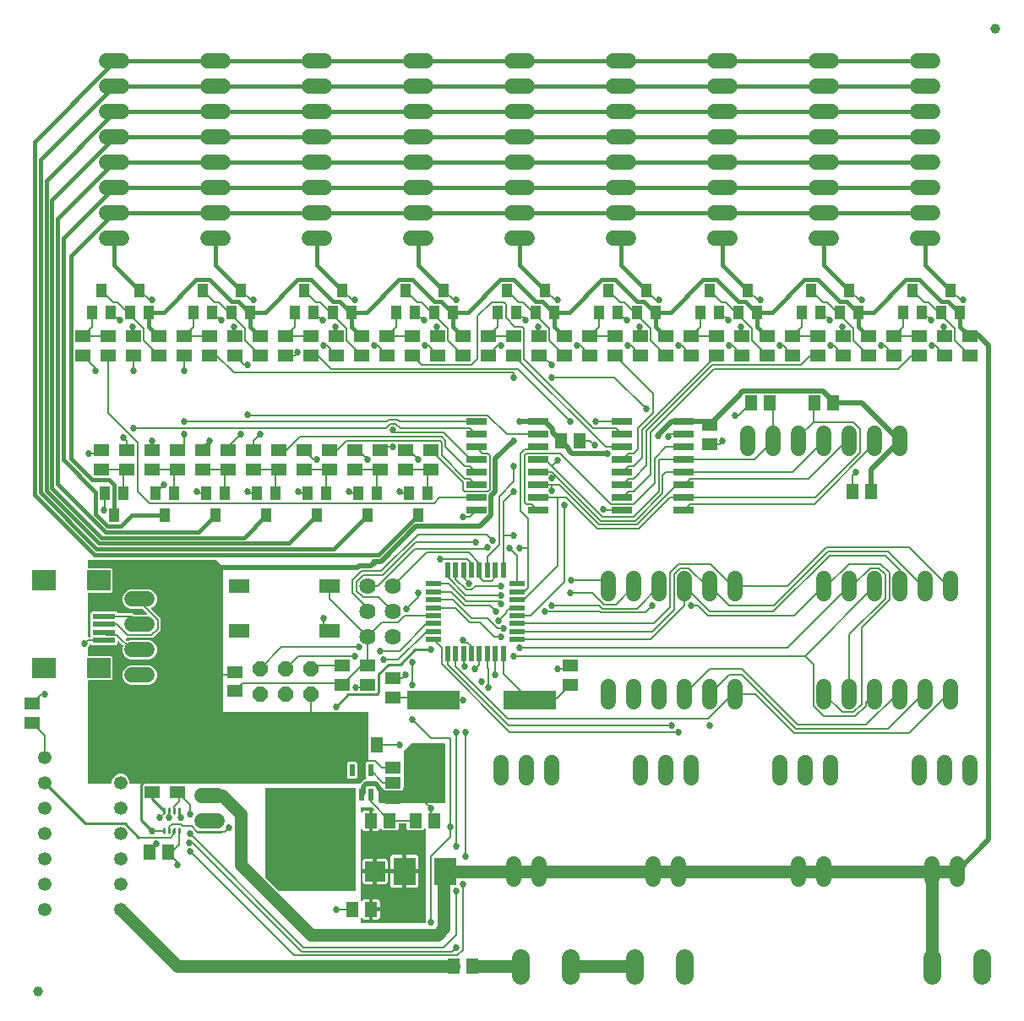
<source format=gtl>
G04 EAGLE Gerber RS-274X export*
G75*
%MOMM*%
%FSLAX34Y34*%
%LPD*%
%INTop Copper*%
%IPPOS*%
%AMOC8*
5,1,8,0,0,1.08239X$1,22.5*%
G01*
%ADD10R,1.300000X1.500000*%
%ADD11R,1.500000X1.300000*%
%ADD12R,2.400000X2.000000*%
%ADD13R,2.308000X0.500000*%
%ADD14R,2.032000X0.660400*%
%ADD15C,1.524000*%
%ADD16R,5.334000X1.930400*%
%ADD17R,0.547100X1.599800*%
%ADD18R,1.599800X0.547100*%
%ADD19R,0.609200X1.259300*%
%ADD20R,1.000000X1.400000*%
%ADD21R,2.108200X1.397000*%
%ADD22C,1.625600*%
%ADD23C,1.343400*%
%ADD24R,2.000000X2.000000*%
%ADD25R,1.600200X1.168400*%
%ADD26C,1.790700*%
%ADD27R,2.286000X2.794000*%
%ADD28C,0.270000*%
%ADD29P,1.649562X8X22.500000*%
%ADD30R,3.200000X1.600000*%
%ADD31C,1.000000*%
%ADD32C,0.203200*%
%ADD33C,0.508000*%
%ADD34C,1.016000*%
%ADD35C,0.685800*%
%ADD36C,0.254000*%
%ADD37C,0.381000*%
%ADD38C,1.270000*%

G36*
X341056Y227597D02*
X341056Y227597D01*
X341143Y227600D01*
X341196Y227617D01*
X341251Y227625D01*
X341330Y227660D01*
X341414Y227687D01*
X341453Y227715D01*
X341510Y227741D01*
X341623Y227837D01*
X341687Y227882D01*
X345566Y231761D01*
X346851Y231761D01*
X346880Y231765D01*
X346909Y231763D01*
X347020Y231785D01*
X347132Y231801D01*
X347159Y231813D01*
X347188Y231819D01*
X347288Y231871D01*
X347391Y231917D01*
X347414Y231936D01*
X347440Y231950D01*
X347522Y232028D01*
X347608Y232101D01*
X347625Y232125D01*
X347646Y232146D01*
X347703Y232243D01*
X347766Y232338D01*
X347775Y232366D01*
X347790Y232391D01*
X347818Y232501D01*
X347852Y232609D01*
X347853Y232638D01*
X347860Y232666D01*
X347856Y232779D01*
X347859Y232893D01*
X347852Y232921D01*
X347851Y232951D01*
X347816Y233059D01*
X347787Y233168D01*
X347772Y233193D01*
X347763Y233221D01*
X347718Y233285D01*
X347642Y233412D01*
X347596Y233455D01*
X347568Y233494D01*
X347321Y233742D01*
X347321Y248019D01*
X348512Y249209D01*
X349250Y249209D01*
X349308Y249217D01*
X349366Y249216D01*
X349448Y249237D01*
X349532Y249249D01*
X349585Y249273D01*
X349641Y249288D01*
X349714Y249331D01*
X349791Y249365D01*
X349836Y249403D01*
X349886Y249433D01*
X349944Y249495D01*
X350008Y249549D01*
X350040Y249598D01*
X350080Y249640D01*
X350119Y249715D01*
X350166Y249786D01*
X350183Y249841D01*
X350210Y249893D01*
X350221Y249961D01*
X350251Y250057D01*
X350254Y250156D01*
X350265Y250224D01*
X350265Y257890D01*
X350253Y257976D01*
X350250Y258064D01*
X350233Y258116D01*
X350225Y258171D01*
X350217Y258189D01*
X350217Y275224D01*
X350218Y275227D01*
X350240Y275285D01*
X350252Y275433D01*
X350265Y275510D01*
X350265Y298450D01*
X350257Y298508D01*
X350259Y298566D01*
X350237Y298648D01*
X350225Y298732D01*
X350202Y298785D01*
X350187Y298841D01*
X350144Y298914D01*
X350109Y298991D01*
X350071Y299036D01*
X350042Y299086D01*
X349980Y299144D01*
X349926Y299208D01*
X349877Y299240D01*
X349834Y299280D01*
X349759Y299319D01*
X349689Y299366D01*
X349633Y299383D01*
X349581Y299410D01*
X349513Y299421D01*
X349418Y299451D01*
X349318Y299454D01*
X349250Y299465D01*
X319095Y299465D01*
X319064Y299461D01*
X319033Y299463D01*
X318957Y299446D01*
X318813Y299425D01*
X318754Y299399D01*
X318706Y299388D01*
X318586Y299338D01*
X316414Y299338D01*
X316294Y299388D01*
X316264Y299396D01*
X316236Y299410D01*
X316159Y299423D01*
X316018Y299459D01*
X315954Y299457D01*
X315905Y299465D01*
X204215Y299465D01*
X204215Y444500D01*
X204203Y444587D01*
X204200Y444674D01*
X204183Y444727D01*
X204175Y444782D01*
X204140Y444861D01*
X204113Y444945D01*
X204085Y444984D01*
X204059Y445041D01*
X203963Y445154D01*
X203918Y445218D01*
X197568Y451568D01*
X197498Y451620D01*
X197434Y451680D01*
X197385Y451706D01*
X197341Y451739D01*
X197259Y451770D01*
X197181Y451810D01*
X197134Y451818D01*
X197075Y451840D01*
X196927Y451852D01*
X196850Y451865D01*
X69850Y451865D01*
X69792Y451857D01*
X69734Y451859D01*
X69652Y451837D01*
X69569Y451825D01*
X69515Y451802D01*
X69459Y451787D01*
X69386Y451744D01*
X69309Y451709D01*
X69264Y451671D01*
X69214Y451642D01*
X69156Y451580D01*
X69092Y451526D01*
X69060Y451477D01*
X69020Y451434D01*
X68981Y451359D01*
X68935Y451289D01*
X68917Y451233D01*
X68890Y451181D01*
X68879Y451113D01*
X68849Y451018D01*
X68846Y450918D01*
X68835Y450850D01*
X68835Y444398D01*
X68843Y444340D01*
X68841Y444282D01*
X68863Y444200D01*
X68875Y444116D01*
X68899Y444063D01*
X68913Y444007D01*
X68956Y443934D01*
X68991Y443857D01*
X69029Y443812D01*
X69059Y443762D01*
X69120Y443704D01*
X69175Y443640D01*
X69223Y443608D01*
X69266Y443568D01*
X69341Y443529D01*
X69411Y443482D01*
X69467Y443465D01*
X69519Y443438D01*
X69587Y443427D01*
X69682Y443397D01*
X69782Y443394D01*
X69850Y443383D01*
X92292Y443383D01*
X93483Y442192D01*
X93483Y420508D01*
X92292Y419317D01*
X69850Y419317D01*
X69792Y419309D01*
X69734Y419311D01*
X69652Y419289D01*
X69569Y419277D01*
X69515Y419254D01*
X69459Y419239D01*
X69386Y419196D01*
X69309Y419161D01*
X69264Y419123D01*
X69214Y419094D01*
X69156Y419032D01*
X69092Y418978D01*
X69060Y418929D01*
X69020Y418886D01*
X68981Y418811D01*
X68935Y418741D01*
X68917Y418685D01*
X68890Y418633D01*
X68879Y418565D01*
X68849Y418470D01*
X68846Y418370D01*
X68835Y418302D01*
X68835Y375414D01*
X68843Y375356D01*
X68841Y375298D01*
X68863Y375216D01*
X68875Y375132D01*
X68899Y375079D01*
X68913Y375023D01*
X68956Y374950D01*
X68991Y374873D01*
X69029Y374828D01*
X69059Y374778D01*
X69120Y374720D01*
X69175Y374656D01*
X69223Y374624D01*
X69266Y374584D01*
X69341Y374545D01*
X69411Y374498D01*
X69467Y374481D01*
X69519Y374454D01*
X69587Y374443D01*
X69682Y374413D01*
X69782Y374410D01*
X69850Y374399D01*
X70676Y374399D01*
X70705Y374403D01*
X70734Y374400D01*
X70845Y374423D01*
X70957Y374439D01*
X70984Y374451D01*
X71013Y374456D01*
X71113Y374509D01*
X71216Y374555D01*
X71239Y374574D01*
X71265Y374587D01*
X71347Y374665D01*
X71433Y374738D01*
X71450Y374763D01*
X71471Y374783D01*
X71528Y374881D01*
X71591Y374975D01*
X71600Y375003D01*
X71615Y375028D01*
X71643Y375138D01*
X71677Y375246D01*
X71678Y375275D01*
X71685Y375304D01*
X71681Y375417D01*
X71684Y375530D01*
X71677Y375559D01*
X71676Y375588D01*
X71641Y375696D01*
X71612Y375805D01*
X71597Y375831D01*
X71588Y375859D01*
X71543Y375923D01*
X71517Y375965D01*
X71517Y382702D01*
X71535Y382719D01*
X71578Y382792D01*
X71628Y382859D01*
X71649Y382914D01*
X71679Y382964D01*
X71700Y383046D01*
X71730Y383125D01*
X71734Y383183D01*
X71749Y383240D01*
X71746Y383324D01*
X71753Y383408D01*
X71742Y383466D01*
X71740Y383524D01*
X71714Y383604D01*
X71697Y383687D01*
X71670Y383739D01*
X71652Y383795D01*
X71612Y383851D01*
X71566Y383939D01*
X71517Y383991D01*
X71517Y390702D01*
X71535Y390719D01*
X71578Y390792D01*
X71628Y390859D01*
X71649Y390914D01*
X71679Y390964D01*
X71700Y391046D01*
X71730Y391125D01*
X71734Y391183D01*
X71749Y391240D01*
X71746Y391324D01*
X71753Y391408D01*
X71742Y391466D01*
X71740Y391524D01*
X71714Y391604D01*
X71697Y391687D01*
X71670Y391739D01*
X71652Y391795D01*
X71612Y391851D01*
X71566Y391939D01*
X71517Y391991D01*
X71517Y398692D01*
X72708Y399883D01*
X97472Y399883D01*
X98659Y398696D01*
X98728Y398644D01*
X98792Y398584D01*
X98842Y398558D01*
X98886Y398525D01*
X98968Y398494D01*
X99045Y398454D01*
X99093Y398446D01*
X99151Y398424D01*
X99299Y398412D01*
X99376Y398399D01*
X113913Y398399D01*
X115011Y397300D01*
X115081Y397248D01*
X115145Y397188D01*
X115195Y397162D01*
X115239Y397129D01*
X115320Y397098D01*
X115398Y397058D01*
X115446Y397050D01*
X115504Y397028D01*
X115652Y397016D01*
X115729Y397003D01*
X126942Y397003D01*
X126971Y397007D01*
X127000Y397004D01*
X127111Y397027D01*
X127223Y397043D01*
X127250Y397055D01*
X127279Y397060D01*
X127379Y397112D01*
X127482Y397159D01*
X127505Y397178D01*
X127531Y397191D01*
X127613Y397269D01*
X127699Y397342D01*
X127716Y397367D01*
X127737Y397387D01*
X127794Y397485D01*
X127857Y397579D01*
X127866Y397607D01*
X127881Y397632D01*
X127909Y397742D01*
X127943Y397850D01*
X127944Y397880D01*
X127951Y397908D01*
X127947Y398021D01*
X127950Y398134D01*
X127943Y398163D01*
X127942Y398192D01*
X127907Y398300D01*
X127878Y398409D01*
X127863Y398435D01*
X127854Y398463D01*
X127809Y398526D01*
X127733Y398654D01*
X127687Y398697D01*
X127659Y398736D01*
X123595Y402800D01*
X123526Y402852D01*
X123462Y402912D01*
X123412Y402938D01*
X123368Y402971D01*
X123287Y403002D01*
X123209Y403042D01*
X123161Y403050D01*
X123103Y403072D01*
X122955Y403084D01*
X122878Y403097D01*
X111110Y403097D01*
X107562Y404567D01*
X104847Y407282D01*
X103377Y410830D01*
X103377Y414670D01*
X104847Y418218D01*
X107562Y420933D01*
X111110Y422403D01*
X130190Y422403D01*
X133738Y420933D01*
X136453Y418218D01*
X137923Y414670D01*
X137923Y410830D01*
X136453Y407282D01*
X133738Y404567D01*
X132818Y404186D01*
X132719Y404127D01*
X132617Y404074D01*
X132597Y404055D01*
X132573Y404041D01*
X132494Y403958D01*
X132411Y403879D01*
X132397Y403855D01*
X132378Y403835D01*
X132325Y403732D01*
X132267Y403633D01*
X132260Y403607D01*
X132248Y403582D01*
X132225Y403469D01*
X132197Y403358D01*
X132198Y403330D01*
X132193Y403303D01*
X132203Y403188D01*
X132206Y403074D01*
X132215Y403047D01*
X132217Y403020D01*
X132258Y402912D01*
X132294Y402803D01*
X132308Y402783D01*
X132319Y402754D01*
X132418Y402624D01*
X132440Y402587D01*
X132460Y402568D01*
X132480Y402542D01*
X132489Y402530D01*
X141987Y393032D01*
X141987Y381668D01*
X133952Y373633D01*
X107920Y373633D01*
X107891Y373629D01*
X107862Y373632D01*
X107750Y373609D01*
X107638Y373593D01*
X107612Y373581D01*
X107583Y373576D01*
X107482Y373523D01*
X107379Y373477D01*
X107357Y373458D01*
X107330Y373445D01*
X107248Y373367D01*
X107162Y373294D01*
X107146Y373269D01*
X107124Y373249D01*
X107067Y373151D01*
X107004Y373057D01*
X106995Y373029D01*
X106981Y373004D01*
X106953Y372894D01*
X106919Y372786D01*
X106918Y372756D01*
X106911Y372728D01*
X106914Y372615D01*
X106911Y372502D01*
X106919Y372473D01*
X106920Y372444D01*
X106954Y372336D01*
X106983Y372227D01*
X106998Y372201D01*
X107007Y372173D01*
X107053Y372109D01*
X107128Y371982D01*
X107174Y371939D01*
X107202Y371900D01*
X108077Y371025D01*
X108078Y371024D01*
X108079Y371023D01*
X108151Y370969D01*
X108203Y370920D01*
X108245Y370899D01*
X108304Y370854D01*
X108306Y370853D01*
X108307Y370852D01*
X108415Y370812D01*
X108457Y370791D01*
X108482Y370786D01*
X108570Y370753D01*
X108572Y370753D01*
X108573Y370752D01*
X108718Y370740D01*
X108853Y370729D01*
X108855Y370729D01*
X108856Y370729D01*
X108872Y370733D01*
X109048Y370768D01*
X109095Y370775D01*
X109106Y370780D01*
X109132Y370785D01*
X109159Y370799D01*
X109184Y370805D01*
X111110Y371603D01*
X130190Y371603D01*
X133738Y370133D01*
X136453Y367418D01*
X137923Y363870D01*
X137923Y360030D01*
X136453Y356482D01*
X133738Y353767D01*
X130190Y352297D01*
X111110Y352297D01*
X107562Y353767D01*
X104847Y356482D01*
X103377Y360030D01*
X103377Y363870D01*
X104064Y365528D01*
X104065Y365530D01*
X104065Y365531D01*
X104098Y365659D01*
X104135Y365804D01*
X104135Y365805D01*
X104135Y365807D01*
X104131Y365948D01*
X104127Y366088D01*
X104127Y366089D01*
X104126Y366091D01*
X104084Y366224D01*
X104040Y366359D01*
X104039Y366360D01*
X104039Y366361D01*
X104030Y366374D01*
X103882Y366595D01*
X103859Y366615D01*
X103844Y366635D01*
X100396Y370083D01*
X100372Y370101D01*
X100353Y370123D01*
X100259Y370186D01*
X100169Y370254D01*
X100141Y370264D01*
X100117Y370281D01*
X100009Y370315D01*
X99903Y370355D01*
X99874Y370358D01*
X99846Y370366D01*
X99732Y370369D01*
X99620Y370379D01*
X99591Y370373D01*
X99562Y370374D01*
X99452Y370345D01*
X99341Y370323D01*
X99315Y370309D01*
X99287Y370302D01*
X99189Y370244D01*
X99089Y370192D01*
X99067Y370172D01*
X99042Y370157D01*
X98965Y370074D01*
X98883Y369996D01*
X98868Y369971D01*
X98848Y369949D01*
X98796Y369849D01*
X98739Y369751D01*
X98732Y369722D01*
X98718Y369696D01*
X98705Y369619D01*
X98669Y369475D01*
X98671Y369413D01*
X98663Y369365D01*
X98663Y368008D01*
X97472Y366817D01*
X72708Y366817D01*
X72374Y367151D01*
X72283Y367220D01*
X72195Y367294D01*
X72169Y367305D01*
X72147Y367322D01*
X72040Y367363D01*
X71935Y367409D01*
X71907Y367413D01*
X71881Y367423D01*
X71767Y367433D01*
X71653Y367448D01*
X71626Y367444D01*
X71598Y367447D01*
X71486Y367424D01*
X71372Y367408D01*
X71347Y367396D01*
X71319Y367391D01*
X71217Y367338D01*
X71113Y367291D01*
X71092Y367273D01*
X71067Y367260D01*
X70984Y367181D01*
X70896Y367106D01*
X70883Y367085D01*
X70861Y367064D01*
X70726Y366834D01*
X70718Y366822D01*
X70049Y365206D01*
X69132Y364289D01*
X69080Y364219D01*
X69020Y364155D01*
X68994Y364106D01*
X68961Y364062D01*
X68930Y363980D01*
X68890Y363902D01*
X68882Y363855D01*
X68860Y363796D01*
X68848Y363649D01*
X68835Y363571D01*
X68835Y356398D01*
X68843Y356340D01*
X68841Y356282D01*
X68863Y356200D01*
X68875Y356116D01*
X68899Y356063D01*
X68913Y356007D01*
X68956Y355934D01*
X68991Y355857D01*
X69029Y355812D01*
X69059Y355762D01*
X69120Y355704D01*
X69175Y355640D01*
X69223Y355608D01*
X69266Y355568D01*
X69341Y355529D01*
X69411Y355482D01*
X69467Y355465D01*
X69519Y355438D01*
X69587Y355427D01*
X69682Y355397D01*
X69782Y355394D01*
X69850Y355383D01*
X92292Y355383D01*
X93483Y354192D01*
X93483Y332508D01*
X92292Y331317D01*
X69850Y331317D01*
X69792Y331309D01*
X69734Y331311D01*
X69652Y331289D01*
X69569Y331277D01*
X69515Y331254D01*
X69459Y331239D01*
X69386Y331196D01*
X69309Y331161D01*
X69264Y331123D01*
X69214Y331094D01*
X69156Y331032D01*
X69092Y330978D01*
X69060Y330929D01*
X69020Y330886D01*
X68981Y330811D01*
X68935Y330741D01*
X68917Y330685D01*
X68890Y330633D01*
X68879Y330565D01*
X68849Y330470D01*
X68846Y330370D01*
X68835Y330302D01*
X68835Y228600D01*
X68843Y228542D01*
X68841Y228484D01*
X68863Y228402D01*
X68875Y228319D01*
X68899Y228265D01*
X68913Y228209D01*
X68956Y228136D01*
X68991Y228059D01*
X69029Y228014D01*
X69059Y227964D01*
X69120Y227906D01*
X69175Y227842D01*
X69223Y227810D01*
X69266Y227770D01*
X69341Y227731D01*
X69411Y227685D01*
X69467Y227667D01*
X69519Y227640D01*
X69587Y227629D01*
X69682Y227599D01*
X69782Y227596D01*
X69850Y227585D01*
X91835Y227585D01*
X91893Y227593D01*
X91951Y227591D01*
X92033Y227613D01*
X92117Y227625D01*
X92170Y227649D01*
X92226Y227663D01*
X92299Y227706D01*
X92376Y227741D01*
X92421Y227779D01*
X92471Y227809D01*
X92529Y227870D01*
X92593Y227925D01*
X92625Y227973D01*
X92665Y228016D01*
X92704Y228091D01*
X92751Y228161D01*
X92768Y228217D01*
X92795Y228269D01*
X92806Y228337D01*
X92836Y228432D01*
X92839Y228532D01*
X92850Y228600D01*
X92850Y230340D01*
X94182Y233556D01*
X96644Y236018D01*
X99860Y237350D01*
X103340Y237350D01*
X106556Y236018D01*
X109018Y233556D01*
X110350Y230340D01*
X110350Y228600D01*
X110358Y228542D01*
X110356Y228484D01*
X110378Y228402D01*
X110390Y228319D01*
X110413Y228265D01*
X110428Y228209D01*
X110471Y228136D01*
X110506Y228059D01*
X110544Y228014D01*
X110573Y227964D01*
X110635Y227906D01*
X110689Y227842D01*
X110738Y227810D01*
X110781Y227770D01*
X110856Y227731D01*
X110926Y227685D01*
X110982Y227667D01*
X111034Y227640D01*
X111102Y227629D01*
X111197Y227599D01*
X111297Y227596D01*
X111365Y227585D01*
X124540Y227585D01*
X124626Y227597D01*
X124714Y227600D01*
X124766Y227617D01*
X124821Y227625D01*
X124839Y227633D01*
X141874Y227633D01*
X141877Y227632D01*
X141935Y227610D01*
X142083Y227598D01*
X142160Y227585D01*
X149940Y227585D01*
X150026Y227597D01*
X150114Y227600D01*
X150166Y227617D01*
X150221Y227625D01*
X150239Y227633D01*
X167274Y227633D01*
X167277Y227632D01*
X167335Y227610D01*
X167483Y227598D01*
X167560Y227585D01*
X340969Y227585D01*
X341056Y227597D01*
G37*
G36*
X336608Y119643D02*
X336608Y119643D01*
X336666Y119641D01*
X336748Y119663D01*
X336832Y119675D01*
X336885Y119699D01*
X336941Y119713D01*
X337014Y119756D01*
X337091Y119791D01*
X337136Y119829D01*
X337186Y119859D01*
X337244Y119920D01*
X337308Y119975D01*
X337340Y120023D01*
X337380Y120066D01*
X337419Y120141D01*
X337466Y120211D01*
X337483Y120267D01*
X337510Y120319D01*
X337521Y120387D01*
X337551Y120482D01*
X337554Y120582D01*
X337565Y120650D01*
X337565Y222250D01*
X337557Y222308D01*
X337559Y222366D01*
X337537Y222448D01*
X337525Y222532D01*
X337502Y222585D01*
X337487Y222641D01*
X337444Y222714D01*
X337409Y222791D01*
X337371Y222836D01*
X337342Y222886D01*
X337280Y222944D01*
X337226Y223008D01*
X337177Y223040D01*
X337134Y223080D01*
X337059Y223119D01*
X336989Y223166D01*
X336933Y223183D01*
X336881Y223210D01*
X336813Y223221D01*
X336718Y223251D01*
X336618Y223254D01*
X336550Y223265D01*
X247650Y223265D01*
X247592Y223257D01*
X247534Y223259D01*
X247452Y223237D01*
X247369Y223225D01*
X247315Y223202D01*
X247259Y223187D01*
X247186Y223144D01*
X247109Y223109D01*
X247064Y223071D01*
X247014Y223042D01*
X246956Y222980D01*
X246892Y222926D01*
X246860Y222877D01*
X246820Y222834D01*
X246781Y222759D01*
X246735Y222689D01*
X246717Y222633D01*
X246690Y222581D01*
X246679Y222513D01*
X246649Y222418D01*
X246646Y222318D01*
X246635Y222250D01*
X246635Y133941D01*
X246647Y133854D01*
X246650Y133767D01*
X246667Y133714D01*
X246675Y133659D01*
X246710Y133579D01*
X246737Y133496D01*
X246765Y133457D01*
X246791Y133400D01*
X246887Y133287D01*
X246932Y133223D01*
X260223Y119932D01*
X260293Y119880D01*
X260357Y119820D01*
X260406Y119794D01*
X260450Y119761D01*
X260532Y119730D01*
X260610Y119690D01*
X260657Y119682D01*
X260716Y119660D01*
X260863Y119648D01*
X260941Y119635D01*
X336550Y119635D01*
X336608Y119643D01*
G37*
G36*
X406331Y87893D02*
X406331Y87893D01*
X406389Y87891D01*
X406471Y87913D01*
X406555Y87925D01*
X406608Y87949D01*
X406664Y87963D01*
X406737Y88006D01*
X406814Y88041D01*
X406859Y88079D01*
X406909Y88109D01*
X406967Y88170D01*
X407031Y88225D01*
X407063Y88273D01*
X407103Y88316D01*
X407142Y88391D01*
X407189Y88461D01*
X407206Y88517D01*
X407233Y88569D01*
X407244Y88637D01*
X407274Y88732D01*
X407277Y88832D01*
X407288Y88900D01*
X407288Y89986D01*
X407338Y90106D01*
X407346Y90136D01*
X407360Y90164D01*
X407373Y90241D01*
X407409Y90382D01*
X407407Y90446D01*
X407415Y90495D01*
X407415Y181690D01*
X407411Y181719D01*
X407414Y181748D01*
X407391Y181859D01*
X407375Y181971D01*
X407363Y181998D01*
X407358Y182027D01*
X407306Y182127D01*
X407259Y182230D01*
X407240Y182253D01*
X407227Y182279D01*
X407149Y182361D01*
X407076Y182447D01*
X407051Y182464D01*
X407031Y182485D01*
X406933Y182542D01*
X406839Y182605D01*
X406811Y182614D01*
X406786Y182629D01*
X406676Y182657D01*
X406568Y182691D01*
X406538Y182692D01*
X406510Y182699D01*
X406397Y182695D01*
X406284Y182698D01*
X406255Y182691D01*
X406226Y182690D01*
X406118Y182655D01*
X406009Y182626D01*
X405983Y182611D01*
X405955Y182602D01*
X405892Y182557D01*
X405764Y182481D01*
X405721Y182435D01*
X405682Y182407D01*
X404242Y180967D01*
X389558Y180967D01*
X388367Y182158D01*
X388367Y186436D01*
X388359Y186494D01*
X388361Y186552D01*
X388339Y186634D01*
X388327Y186718D01*
X388304Y186771D01*
X388289Y186827D01*
X388246Y186900D01*
X388211Y186977D01*
X388173Y187022D01*
X388144Y187072D01*
X388082Y187130D01*
X388028Y187194D01*
X387979Y187226D01*
X387936Y187266D01*
X387861Y187305D01*
X387791Y187352D01*
X387735Y187369D01*
X387683Y187396D01*
X387615Y187407D01*
X387520Y187437D01*
X387420Y187440D01*
X387352Y187451D01*
X380998Y187451D01*
X380940Y187443D01*
X380882Y187445D01*
X380800Y187423D01*
X380716Y187411D01*
X380663Y187388D01*
X380607Y187373D01*
X380534Y187330D01*
X380457Y187295D01*
X380412Y187257D01*
X380362Y187228D01*
X380304Y187166D01*
X380240Y187112D01*
X380208Y187063D01*
X380168Y187020D01*
X380129Y186945D01*
X380082Y186875D01*
X380065Y186819D01*
X380038Y186767D01*
X380027Y186699D01*
X379997Y186604D01*
X379994Y186504D01*
X379983Y186436D01*
X379983Y182158D01*
X378792Y180967D01*
X364108Y180967D01*
X362889Y182186D01*
X362851Y182215D01*
X362818Y182251D01*
X362737Y182300D01*
X362662Y182357D01*
X362617Y182374D01*
X362575Y182400D01*
X362484Y182425D01*
X362397Y182458D01*
X362348Y182462D01*
X362301Y182475D01*
X362207Y182474D01*
X362113Y182482D01*
X362066Y182472D01*
X362017Y182471D01*
X361927Y182444D01*
X361835Y182426D01*
X361791Y182403D01*
X361745Y182389D01*
X361666Y182338D01*
X361582Y182295D01*
X361547Y182261D01*
X361506Y182235D01*
X361459Y182177D01*
X361376Y182099D01*
X361332Y182024D01*
X361292Y181976D01*
X360983Y181440D01*
X360510Y180967D01*
X359931Y180632D01*
X359284Y180459D01*
X354481Y180459D01*
X354481Y189484D01*
X354473Y189542D01*
X354474Y189600D01*
X354453Y189682D01*
X354441Y189765D01*
X354417Y189819D01*
X354403Y189875D01*
X354360Y189948D01*
X354325Y190025D01*
X354287Y190069D01*
X354257Y190120D01*
X354196Y190177D01*
X354141Y190242D01*
X354093Y190274D01*
X354050Y190314D01*
X353975Y190353D01*
X353905Y190399D01*
X353849Y190417D01*
X353797Y190444D01*
X353729Y190455D01*
X353634Y190485D01*
X353534Y190488D01*
X353466Y190499D01*
X351434Y190499D01*
X351376Y190491D01*
X351318Y190492D01*
X351236Y190471D01*
X351153Y190459D01*
X351099Y190435D01*
X351043Y190421D01*
X350970Y190378D01*
X350893Y190343D01*
X350848Y190305D01*
X350798Y190275D01*
X350740Y190214D01*
X350676Y190159D01*
X350644Y190111D01*
X350604Y190068D01*
X350565Y189993D01*
X350519Y189923D01*
X350501Y189867D01*
X350474Y189815D01*
X350463Y189747D01*
X350433Y189652D01*
X350430Y189552D01*
X350419Y189484D01*
X350419Y180459D01*
X345616Y180459D01*
X344969Y180632D01*
X344390Y180967D01*
X343917Y181440D01*
X343779Y181678D01*
X343767Y181694D01*
X343759Y181712D01*
X343680Y181806D01*
X343604Y181902D01*
X343588Y181914D01*
X343576Y181929D01*
X343473Y181997D01*
X343374Y182069D01*
X343355Y182075D01*
X343339Y182086D01*
X343222Y182123D01*
X343106Y182165D01*
X343087Y182166D01*
X343068Y182172D01*
X342945Y182175D01*
X342822Y182183D01*
X342803Y182179D01*
X342784Y182179D01*
X342665Y182148D01*
X342545Y182122D01*
X342528Y182113D01*
X342509Y182108D01*
X342403Y182045D01*
X342295Y181986D01*
X342281Y181972D01*
X342264Y181962D01*
X342180Y181873D01*
X342093Y181786D01*
X342083Y181769D01*
X342070Y181755D01*
X342014Y181645D01*
X341954Y181538D01*
X341949Y181519D01*
X341940Y181502D01*
X341928Y181429D01*
X341889Y181262D01*
X341891Y181211D01*
X341885Y181171D01*
X341885Y111016D01*
X341888Y110996D01*
X341886Y110977D01*
X341907Y110856D01*
X341925Y110734D01*
X341933Y110716D01*
X341936Y110697D01*
X341991Y110587D01*
X342041Y110475D01*
X342053Y110460D01*
X342062Y110442D01*
X342145Y110352D01*
X342225Y110258D01*
X342241Y110247D01*
X342254Y110233D01*
X342359Y110169D01*
X342461Y110100D01*
X342480Y110094D01*
X342497Y110084D01*
X342615Y110052D01*
X342732Y110015D01*
X342752Y110014D01*
X342771Y110009D01*
X342894Y110010D01*
X343016Y110007D01*
X343035Y110012D01*
X343055Y110012D01*
X343173Y110048D01*
X343291Y110079D01*
X343308Y110089D01*
X343327Y110095D01*
X343431Y110162D01*
X343536Y110224D01*
X343549Y110239D01*
X343566Y110249D01*
X343612Y110306D01*
X343730Y110432D01*
X343754Y110477D01*
X343779Y110508D01*
X343867Y110660D01*
X344340Y111133D01*
X344919Y111468D01*
X345566Y111641D01*
X350369Y111641D01*
X350369Y102616D01*
X350377Y102558D01*
X350375Y102500D01*
X350397Y102418D01*
X350409Y102335D01*
X350433Y102281D01*
X350447Y102225D01*
X350490Y102152D01*
X350525Y102075D01*
X350563Y102031D01*
X350593Y101980D01*
X350654Y101923D01*
X350709Y101858D01*
X350757Y101826D01*
X350800Y101786D01*
X350875Y101747D01*
X350945Y101701D01*
X351001Y101683D01*
X351053Y101656D01*
X351121Y101645D01*
X351216Y101615D01*
X351316Y101612D01*
X351384Y101601D01*
X352401Y101601D01*
X352401Y101599D01*
X351384Y101599D01*
X351326Y101591D01*
X351268Y101592D01*
X351186Y101571D01*
X351103Y101559D01*
X351049Y101535D01*
X350993Y101521D01*
X350920Y101478D01*
X350843Y101443D01*
X350798Y101405D01*
X350748Y101375D01*
X350690Y101314D01*
X350626Y101259D01*
X350594Y101211D01*
X350554Y101168D01*
X350515Y101093D01*
X350469Y101023D01*
X350451Y100967D01*
X350424Y100915D01*
X350413Y100847D01*
X350383Y100752D01*
X350380Y100652D01*
X350369Y100584D01*
X350369Y91559D01*
X345566Y91559D01*
X344919Y91732D01*
X344340Y92067D01*
X343867Y92540D01*
X343779Y92692D01*
X343767Y92707D01*
X343759Y92725D01*
X343680Y92819D01*
X343604Y92916D01*
X343588Y92927D01*
X343576Y92942D01*
X343473Y93010D01*
X343374Y93082D01*
X343355Y93089D01*
X343339Y93100D01*
X343221Y93137D01*
X343106Y93178D01*
X343087Y93180D01*
X343068Y93186D01*
X342945Y93189D01*
X342822Y93197D01*
X342803Y93192D01*
X342784Y93193D01*
X342665Y93162D01*
X342545Y93135D01*
X342528Y93126D01*
X342509Y93121D01*
X342403Y93058D01*
X342295Y93000D01*
X342281Y92986D01*
X342264Y92976D01*
X342180Y92886D01*
X342093Y92800D01*
X342083Y92783D01*
X342070Y92768D01*
X342014Y92659D01*
X341954Y92552D01*
X341949Y92533D01*
X341940Y92515D01*
X341928Y92443D01*
X341889Y92275D01*
X341891Y92224D01*
X341885Y92184D01*
X341885Y88900D01*
X341893Y88842D01*
X341891Y88784D01*
X341913Y88702D01*
X341925Y88619D01*
X341949Y88565D01*
X341963Y88509D01*
X342006Y88436D01*
X342041Y88359D01*
X342079Y88314D01*
X342109Y88264D01*
X342170Y88206D01*
X342225Y88142D01*
X342273Y88110D01*
X342316Y88070D01*
X342391Y88031D01*
X342461Y87985D01*
X342517Y87967D01*
X342569Y87940D01*
X342637Y87929D01*
X342732Y87899D01*
X342832Y87896D01*
X342900Y87885D01*
X406273Y87885D01*
X406331Y87893D01*
G37*
G36*
X425476Y208030D02*
X425476Y208030D01*
X425502Y208028D01*
X425649Y208050D01*
X425796Y208067D01*
X425821Y208075D01*
X425847Y208079D01*
X425985Y208134D01*
X426124Y208184D01*
X426146Y208198D01*
X426171Y208208D01*
X426292Y208293D01*
X426417Y208373D01*
X426435Y208392D01*
X426457Y208407D01*
X426556Y208517D01*
X426659Y208624D01*
X426673Y208646D01*
X426690Y208666D01*
X426762Y208796D01*
X426838Y208923D01*
X426846Y208948D01*
X426859Y208971D01*
X426899Y209114D01*
X426944Y209255D01*
X426946Y209281D01*
X426954Y209306D01*
X426973Y209550D01*
X426973Y266700D01*
X426970Y266726D01*
X426972Y266752D01*
X426950Y266899D01*
X426933Y267046D01*
X426925Y267071D01*
X426921Y267097D01*
X426866Y267235D01*
X426816Y267374D01*
X426802Y267396D01*
X426792Y267421D01*
X426707Y267542D01*
X426627Y267667D01*
X426608Y267685D01*
X426593Y267707D01*
X426483Y267806D01*
X426376Y267909D01*
X426354Y267923D01*
X426334Y267940D01*
X426204Y268012D01*
X426077Y268088D01*
X426052Y268096D01*
X426029Y268109D01*
X425886Y268149D01*
X425745Y268194D01*
X425719Y268196D01*
X425694Y268204D01*
X425450Y268223D01*
X393700Y268223D01*
X393574Y268209D01*
X393448Y268202D01*
X393402Y268189D01*
X393354Y268183D01*
X393235Y268141D01*
X393113Y268106D01*
X393071Y268082D01*
X393026Y268066D01*
X392919Y267997D01*
X392809Y267936D01*
X392763Y267896D01*
X392733Y267877D01*
X392699Y267842D01*
X392623Y267777D01*
X386273Y261427D01*
X386194Y261328D01*
X386110Y261234D01*
X386086Y261192D01*
X386056Y261154D01*
X386002Y261040D01*
X385941Y260929D01*
X385928Y260883D01*
X385907Y260839D01*
X385881Y260716D01*
X385846Y260594D01*
X385842Y260533D01*
X385834Y260498D01*
X385835Y260450D01*
X385827Y260350D01*
X385827Y223723D01*
X385810Y223721D01*
X385672Y223666D01*
X385533Y223616D01*
X385511Y223602D01*
X385486Y223592D01*
X385365Y223507D01*
X385240Y223427D01*
X385222Y223408D01*
X385200Y223393D01*
X385101Y223283D01*
X384998Y223176D01*
X384984Y223154D01*
X384967Y223134D01*
X384895Y223004D01*
X384819Y222877D01*
X384811Y222852D01*
X384798Y222829D01*
X384758Y222686D01*
X384713Y222545D01*
X384711Y222519D01*
X384703Y222494D01*
X384684Y222250D01*
X384684Y221916D01*
X383493Y220725D01*
X365807Y220725D01*
X364616Y221916D01*
X364616Y222250D01*
X364613Y222276D01*
X364615Y222302D01*
X364593Y222449D01*
X364576Y222596D01*
X364568Y222621D01*
X364564Y222647D01*
X364509Y222785D01*
X364459Y222924D01*
X364445Y222946D01*
X364435Y222971D01*
X364350Y223092D01*
X364270Y223217D01*
X364251Y223235D01*
X364236Y223257D01*
X364126Y223356D01*
X364019Y223459D01*
X363997Y223473D01*
X363977Y223490D01*
X363847Y223562D01*
X363720Y223638D01*
X363695Y223646D01*
X363672Y223659D01*
X363529Y223699D01*
X363388Y223744D01*
X363362Y223746D01*
X363337Y223754D01*
X363093Y223773D01*
X361950Y223773D01*
X361924Y223770D01*
X361898Y223772D01*
X361751Y223750D01*
X361604Y223733D01*
X361579Y223725D01*
X361553Y223721D01*
X361415Y223666D01*
X361276Y223616D01*
X361254Y223602D01*
X361229Y223592D01*
X361108Y223507D01*
X360983Y223427D01*
X360965Y223408D01*
X360943Y223393D01*
X360844Y223283D01*
X360741Y223176D01*
X360727Y223154D01*
X360710Y223134D01*
X360638Y223004D01*
X360562Y222877D01*
X360554Y222852D01*
X360541Y222829D01*
X360501Y222686D01*
X360456Y222545D01*
X360454Y222519D01*
X360446Y222494D01*
X360427Y222250D01*
X360427Y209550D01*
X360430Y209524D01*
X360428Y209498D01*
X360450Y209351D01*
X360467Y209204D01*
X360475Y209179D01*
X360479Y209153D01*
X360534Y209015D01*
X360584Y208876D01*
X360598Y208854D01*
X360608Y208829D01*
X360693Y208708D01*
X360773Y208583D01*
X360792Y208565D01*
X360807Y208543D01*
X360917Y208444D01*
X361024Y208341D01*
X361046Y208327D01*
X361066Y208310D01*
X361196Y208238D01*
X361323Y208162D01*
X361348Y208154D01*
X361371Y208141D01*
X361514Y208101D01*
X361655Y208056D01*
X361681Y208054D01*
X361706Y208046D01*
X361950Y208027D01*
X425450Y208027D01*
X425476Y208030D01*
G37*
%LPC*%
G36*
X111110Y326897D02*
X111110Y326897D01*
X107562Y328367D01*
X104847Y331082D01*
X103377Y334630D01*
X103377Y338470D01*
X104847Y342018D01*
X107562Y344733D01*
X111110Y346203D01*
X130190Y346203D01*
X133738Y344733D01*
X136453Y342018D01*
X137923Y338470D01*
X137923Y334630D01*
X136453Y331082D01*
X133738Y328367D01*
X130190Y326897D01*
X111110Y326897D01*
G37*
%LPD*%
%LPC*%
G36*
X387971Y141731D02*
X387971Y141731D01*
X387971Y156211D01*
X397704Y156211D01*
X398351Y156038D01*
X398930Y155703D01*
X399403Y155230D01*
X399738Y154651D01*
X399911Y154004D01*
X399911Y141731D01*
X387971Y141731D01*
G37*
%LPD*%
%LPC*%
G36*
X371969Y141731D02*
X371969Y141731D01*
X371969Y154004D01*
X372142Y154651D01*
X372477Y155230D01*
X372950Y155703D01*
X373529Y156038D01*
X374176Y156211D01*
X383909Y156211D01*
X383909Y141731D01*
X371969Y141731D01*
G37*
%LPD*%
%LPC*%
G36*
X387971Y123189D02*
X387971Y123189D01*
X387971Y137669D01*
X399911Y137669D01*
X399911Y125396D01*
X399738Y124749D01*
X399403Y124170D01*
X398930Y123697D01*
X398351Y123362D01*
X397704Y123189D01*
X387971Y123189D01*
G37*
%LPD*%
%LPC*%
G36*
X374176Y123189D02*
X374176Y123189D01*
X373529Y123362D01*
X372950Y123697D01*
X372477Y124170D01*
X372142Y124749D01*
X371969Y125396D01*
X371969Y137669D01*
X383909Y137669D01*
X383909Y123189D01*
X374176Y123189D01*
G37*
%LPD*%
%LPC*%
G36*
X329512Y232551D02*
X329512Y232551D01*
X328321Y233741D01*
X328321Y248019D01*
X329512Y249209D01*
X337288Y249209D01*
X338479Y248019D01*
X338479Y233741D01*
X337288Y232551D01*
X329512Y232551D01*
G37*
%LPD*%
%LPC*%
G36*
X358581Y141731D02*
X358581Y141731D01*
X358581Y152241D01*
X366884Y152241D01*
X367531Y152068D01*
X368110Y151733D01*
X368583Y151260D01*
X368918Y150681D01*
X369091Y150034D01*
X369091Y141731D01*
X358581Y141731D01*
G37*
%LPD*%
%LPC*%
G36*
X358581Y127159D02*
X358581Y127159D01*
X358581Y137669D01*
X369091Y137669D01*
X369091Y129366D01*
X368918Y128719D01*
X368583Y128140D01*
X368110Y127667D01*
X367531Y127332D01*
X366884Y127159D01*
X358581Y127159D01*
G37*
%LPD*%
%LPC*%
G36*
X344009Y141731D02*
X344009Y141731D01*
X344009Y150034D01*
X344182Y150681D01*
X344517Y151260D01*
X344990Y151733D01*
X345569Y152068D01*
X346216Y152241D01*
X354519Y152241D01*
X354519Y141731D01*
X344009Y141731D01*
G37*
%LPD*%
%LPC*%
G36*
X346216Y127159D02*
X346216Y127159D01*
X345569Y127332D01*
X344990Y127667D01*
X344517Y128140D01*
X344182Y128719D01*
X344009Y129366D01*
X344009Y137669D01*
X354519Y137669D01*
X354519Y127159D01*
X346216Y127159D01*
G37*
%LPD*%
G36*
X353524Y190509D02*
X353524Y190509D01*
X353582Y190508D01*
X353664Y190529D01*
X353747Y190541D01*
X353801Y190565D01*
X353857Y190579D01*
X353930Y190622D01*
X354007Y190657D01*
X354051Y190695D01*
X354102Y190725D01*
X354159Y190786D01*
X354224Y190841D01*
X354256Y190889D01*
X354296Y190932D01*
X354335Y191007D01*
X354381Y191077D01*
X354399Y191133D01*
X354426Y191185D01*
X354437Y191253D01*
X354467Y191348D01*
X354470Y191448D01*
X354481Y191516D01*
X354481Y200541D01*
X354647Y200541D01*
X354676Y200545D01*
X354705Y200542D01*
X354816Y200565D01*
X354928Y200581D01*
X354955Y200593D01*
X354984Y200598D01*
X355084Y200650D01*
X355188Y200697D01*
X355210Y200716D01*
X355236Y200729D01*
X355318Y200807D01*
X355405Y200880D01*
X355421Y200905D01*
X355442Y200925D01*
X355499Y201023D01*
X355562Y201117D01*
X355571Y201145D01*
X355586Y201170D01*
X355614Y201280D01*
X355648Y201388D01*
X355649Y201418D01*
X355656Y201446D01*
X355652Y201559D01*
X355655Y201672D01*
X355648Y201701D01*
X355647Y201730D01*
X355612Y201838D01*
X355583Y201947D01*
X355568Y201973D01*
X355559Y202001D01*
X355514Y202064D01*
X355438Y202192D01*
X355404Y202223D01*
X355401Y202229D01*
X355388Y202242D01*
X355365Y202274D01*
X353721Y203918D01*
X353651Y203970D01*
X353587Y204030D01*
X353537Y204056D01*
X353493Y204089D01*
X353412Y204120D01*
X353334Y204160D01*
X353286Y204168D01*
X353228Y204190D01*
X353080Y204202D01*
X353003Y204215D01*
X342900Y204215D01*
X342842Y204207D01*
X342784Y204209D01*
X342702Y204187D01*
X342619Y204175D01*
X342565Y204152D01*
X342509Y204137D01*
X342436Y204094D01*
X342359Y204059D01*
X342314Y204021D01*
X342264Y203992D01*
X342206Y203930D01*
X342142Y203876D01*
X342110Y203827D01*
X342070Y203784D01*
X342031Y203709D01*
X341985Y203639D01*
X341967Y203583D01*
X341940Y203531D01*
X341929Y203463D01*
X341899Y203368D01*
X341896Y203268D01*
X341885Y203200D01*
X341885Y199829D01*
X341888Y199810D01*
X341886Y199790D01*
X341907Y199669D01*
X341925Y199548D01*
X341933Y199530D01*
X341936Y199511D01*
X341991Y199401D01*
X342041Y199288D01*
X342054Y199273D01*
X342062Y199256D01*
X342145Y199165D01*
X342225Y199071D01*
X342241Y199060D01*
X342254Y199046D01*
X342359Y198982D01*
X342461Y198914D01*
X342480Y198908D01*
X342497Y198898D01*
X342615Y198865D01*
X342732Y198828D01*
X342752Y198827D01*
X342771Y198822D01*
X342894Y198824D01*
X343016Y198821D01*
X343035Y198826D01*
X343055Y198826D01*
X343173Y198861D01*
X343291Y198892D01*
X343308Y198902D01*
X343327Y198908D01*
X343430Y198975D01*
X343536Y199038D01*
X343549Y199052D01*
X343566Y199063D01*
X343613Y199120D01*
X343730Y199245D01*
X343754Y199291D01*
X343779Y199322D01*
X343917Y199560D01*
X344390Y200033D01*
X344969Y200368D01*
X345616Y200541D01*
X350419Y200541D01*
X350419Y191516D01*
X350427Y191458D01*
X350425Y191400D01*
X350447Y191318D01*
X350459Y191235D01*
X350483Y191181D01*
X350497Y191125D01*
X350540Y191052D01*
X350575Y190975D01*
X350613Y190931D01*
X350643Y190880D01*
X350704Y190823D01*
X350759Y190758D01*
X350807Y190726D01*
X350850Y190686D01*
X350925Y190647D01*
X350995Y190601D01*
X351051Y190583D01*
X351103Y190556D01*
X351171Y190545D01*
X351266Y190515D01*
X351366Y190512D01*
X351434Y190501D01*
X353466Y190501D01*
X353524Y190509D01*
G37*
%LPC*%
G36*
X354431Y103631D02*
X354431Y103631D01*
X354431Y111641D01*
X359234Y111641D01*
X359881Y111468D01*
X360460Y111133D01*
X360933Y110660D01*
X361268Y110081D01*
X361441Y109434D01*
X361441Y103631D01*
X354431Y103631D01*
G37*
%LPD*%
%LPC*%
G36*
X354431Y91559D02*
X354431Y91559D01*
X354431Y99569D01*
X361441Y99569D01*
X361441Y93766D01*
X361268Y93119D01*
X360933Y92540D01*
X360460Y92067D01*
X359881Y91732D01*
X359234Y91559D01*
X354431Y91559D01*
G37*
%LPD*%
%LPC*%
G36*
X356549Y139699D02*
X356549Y139699D01*
X356549Y139701D01*
X356551Y139701D01*
X356551Y139699D01*
X356549Y139699D01*
G37*
%LPD*%
%LPC*%
G36*
X385939Y139699D02*
X385939Y139699D01*
X385939Y139701D01*
X385941Y139701D01*
X385941Y139699D01*
X385939Y139699D01*
G37*
%LPD*%
D10*
X542950Y571500D03*
X561950Y571500D03*
D11*
X692150Y587350D03*
X692150Y568350D03*
D12*
X79450Y431350D03*
D13*
X85090Y403350D03*
X85090Y395350D03*
X85090Y387350D03*
X85090Y379350D03*
X85090Y371350D03*
D12*
X24450Y431350D03*
X79450Y343350D03*
X24450Y343350D03*
D14*
X458216Y590550D03*
X519684Y590550D03*
X458216Y577850D03*
X458216Y565150D03*
X519684Y577850D03*
X519684Y565150D03*
X458216Y552450D03*
X519684Y552450D03*
X458216Y539750D03*
X519684Y539750D03*
X458216Y527050D03*
X458216Y514350D03*
X519684Y527050D03*
X519684Y514350D03*
X458216Y501650D03*
X519684Y501650D03*
X604266Y590550D03*
X665734Y590550D03*
X604266Y577850D03*
X604266Y565150D03*
X665734Y577850D03*
X665734Y565150D03*
X604266Y552450D03*
X665734Y552450D03*
X604266Y539750D03*
X665734Y539750D03*
X604266Y527050D03*
X604266Y514350D03*
X665734Y527050D03*
X665734Y514350D03*
X604266Y501650D03*
X665734Y501650D03*
D15*
X102870Y901700D02*
X87630Y901700D01*
X87630Y927100D02*
X102870Y927100D01*
X102870Y952500D02*
X87630Y952500D01*
X87630Y876300D02*
X102870Y876300D01*
X102870Y850900D02*
X87630Y850900D01*
X87630Y825500D02*
X102870Y825500D01*
X102870Y800100D02*
X87630Y800100D01*
X87630Y774700D02*
X102870Y774700D01*
X641350Y325120D02*
X641350Y309880D01*
X615950Y309880D02*
X615950Y325120D01*
X590550Y325120D02*
X590550Y309880D01*
X666750Y309880D02*
X666750Y325120D01*
X692150Y325120D02*
X692150Y309880D01*
X717550Y309880D02*
X717550Y325120D01*
X857250Y325120D02*
X857250Y309880D01*
X831850Y309880D02*
X831850Y325120D01*
X806450Y325120D02*
X806450Y309880D01*
X882650Y309880D02*
X882650Y325120D01*
X908050Y325120D02*
X908050Y309880D01*
X933450Y309880D02*
X933450Y325120D01*
X641350Y417830D02*
X641350Y433070D01*
X615950Y433070D02*
X615950Y417830D01*
X590550Y417830D02*
X590550Y433070D01*
X666750Y433070D02*
X666750Y417830D01*
X692150Y417830D02*
X692150Y433070D01*
X717550Y433070D02*
X717550Y417830D01*
X857250Y417830D02*
X857250Y433070D01*
X831850Y433070D02*
X831850Y417830D01*
X806450Y417830D02*
X806450Y433070D01*
X882650Y433070D02*
X882650Y417830D01*
X908050Y417830D02*
X908050Y433070D01*
X933450Y433070D02*
X933450Y417830D01*
X831850Y563880D02*
X831850Y579120D01*
X857250Y579120D02*
X857250Y563880D01*
X882650Y563880D02*
X882650Y579120D01*
X806450Y579120D02*
X806450Y563880D01*
X781050Y563880D02*
X781050Y579120D01*
X755650Y579120D02*
X755650Y563880D01*
X730250Y563880D02*
X730250Y579120D01*
D16*
X415290Y311150D03*
X511810Y311150D03*
D11*
X374650Y333350D03*
X374650Y314350D03*
X552450Y346050D03*
X552450Y327050D03*
D17*
X429200Y358237D03*
X437200Y358237D03*
X445200Y358237D03*
X453200Y358237D03*
X461200Y358237D03*
X469200Y358237D03*
X477200Y358237D03*
X485200Y358237D03*
D18*
X499013Y372050D03*
X499013Y380050D03*
X499013Y388050D03*
X499013Y396050D03*
X499013Y404050D03*
X499013Y412050D03*
X499013Y420050D03*
X499013Y428050D03*
D17*
X485200Y441863D03*
X477200Y441863D03*
X469200Y441863D03*
X461200Y441863D03*
X453200Y441863D03*
X445200Y441863D03*
X437200Y441863D03*
X429200Y441863D03*
D18*
X415387Y428050D03*
X415387Y420050D03*
X415387Y412050D03*
X415387Y404050D03*
X415387Y396050D03*
X415387Y388050D03*
X415387Y380050D03*
X415387Y372050D03*
D11*
X349250Y327050D03*
X349250Y346050D03*
X215900Y320700D03*
X215900Y339700D03*
X323850Y327050D03*
X323850Y346050D03*
D10*
X371450Y190500D03*
X352450Y190500D03*
X415900Y190500D03*
X396900Y190500D03*
X352400Y101600D03*
X333400Y101600D03*
X339750Y266700D03*
X358750Y266700D03*
D15*
X495300Y147320D02*
X495300Y132080D01*
X520700Y132080D02*
X520700Y147320D01*
X635000Y147320D02*
X635000Y132080D01*
X660400Y132080D02*
X660400Y147320D01*
X781050Y147320D02*
X781050Y132080D01*
X806450Y132080D02*
X806450Y147320D01*
X914400Y147320D02*
X914400Y132080D01*
X939800Y132080D02*
X939800Y147320D01*
X482600Y233680D02*
X482600Y248920D01*
X508000Y248920D02*
X508000Y233680D01*
X533400Y233680D02*
X533400Y248920D01*
X622300Y248920D02*
X622300Y233680D01*
X647700Y233680D02*
X647700Y248920D01*
X673100Y248920D02*
X673100Y233680D01*
X762000Y233680D02*
X762000Y248920D01*
X787400Y248920D02*
X787400Y233680D01*
X812800Y233680D02*
X812800Y248920D01*
X901700Y248920D02*
X901700Y233680D01*
X927100Y233680D02*
X927100Y248920D01*
X952500Y248920D02*
X952500Y233680D01*
D19*
X333400Y216320D03*
X342900Y216320D03*
X352400Y216320D03*
X352400Y240880D03*
X342900Y240880D03*
X333400Y240880D03*
D20*
X196850Y497000D03*
X187350Y519000D03*
X206350Y519000D03*
D11*
X209550Y561950D03*
X209550Y542950D03*
X184150Y561950D03*
X184150Y542950D03*
D20*
X146050Y497000D03*
X136550Y519000D03*
X155550Y519000D03*
D11*
X158750Y561950D03*
X158750Y542950D03*
X133350Y561950D03*
X133350Y542950D03*
D20*
X95250Y497000D03*
X85750Y519000D03*
X104750Y519000D03*
D11*
X107950Y561950D03*
X107950Y542950D03*
X82550Y561950D03*
X82550Y542950D03*
D20*
X400050Y497000D03*
X390550Y519000D03*
X409550Y519000D03*
D11*
X412750Y561950D03*
X412750Y542950D03*
X387350Y561950D03*
X387350Y542950D03*
D20*
X349250Y497000D03*
X339750Y519000D03*
X358750Y519000D03*
D11*
X361950Y561950D03*
X361950Y542950D03*
X336550Y561950D03*
X336550Y542950D03*
D20*
X247650Y497000D03*
X238150Y519000D03*
X257150Y519000D03*
D11*
X260350Y561950D03*
X260350Y542950D03*
X234950Y561950D03*
X234950Y542950D03*
D20*
X298450Y497000D03*
X288950Y519000D03*
X307950Y519000D03*
D11*
X311150Y561950D03*
X311150Y542950D03*
X285750Y561950D03*
X285750Y542950D03*
D20*
X82550Y722200D03*
X92050Y700200D03*
X73050Y700200D03*
D11*
X88900Y657250D03*
X88900Y676250D03*
X63500Y657250D03*
X63500Y676250D03*
D20*
X111150Y700200D03*
X130150Y700200D03*
X120650Y722200D03*
D11*
X139700Y657250D03*
X139700Y676250D03*
X114300Y657250D03*
X114300Y676250D03*
D20*
X184150Y722200D03*
X193650Y700200D03*
X174650Y700200D03*
D11*
X190500Y657250D03*
X190500Y676250D03*
X165100Y657250D03*
X165100Y676250D03*
D20*
X212750Y700200D03*
X231750Y700200D03*
X222250Y722200D03*
D11*
X241300Y657250D03*
X241300Y676250D03*
X215900Y657250D03*
X215900Y676250D03*
D20*
X285750Y722200D03*
X295250Y700200D03*
X276250Y700200D03*
D11*
X292100Y657250D03*
X292100Y676250D03*
X266700Y657250D03*
X266700Y676250D03*
D20*
X314350Y700200D03*
X333350Y700200D03*
X323850Y722200D03*
D11*
X342900Y657250D03*
X342900Y676250D03*
X317500Y657250D03*
X317500Y676250D03*
D20*
X387350Y722200D03*
X396850Y700200D03*
X377850Y700200D03*
D11*
X393700Y657250D03*
X393700Y676250D03*
X368300Y657250D03*
X368300Y676250D03*
D20*
X415950Y700200D03*
X434950Y700200D03*
X425450Y722200D03*
D11*
X444500Y657250D03*
X444500Y676250D03*
X419100Y657250D03*
X419100Y676250D03*
D20*
X488950Y722200D03*
X498450Y700200D03*
X479450Y700200D03*
D11*
X495300Y657250D03*
X495300Y676250D03*
X469900Y657250D03*
X469900Y676250D03*
D20*
X517550Y700200D03*
X536550Y700200D03*
X527050Y722200D03*
D11*
X546100Y657250D03*
X546100Y676250D03*
X520700Y657250D03*
X520700Y676250D03*
D20*
X590550Y722200D03*
X600050Y700200D03*
X581050Y700200D03*
D11*
X596900Y657250D03*
X596900Y676250D03*
X571500Y657250D03*
X571500Y676250D03*
D20*
X619150Y700200D03*
X638150Y700200D03*
X628650Y722200D03*
D11*
X647700Y657250D03*
X647700Y676250D03*
X622300Y657250D03*
X622300Y676250D03*
D20*
X692150Y722200D03*
X701650Y700200D03*
X682650Y700200D03*
D11*
X698500Y657250D03*
X698500Y676250D03*
X673100Y657250D03*
X673100Y676250D03*
D20*
X720750Y700200D03*
X739750Y700200D03*
X730250Y722200D03*
D11*
X749300Y657250D03*
X749300Y676250D03*
X723900Y657250D03*
X723900Y676250D03*
D20*
X793750Y722200D03*
X803250Y700200D03*
X784250Y700200D03*
D11*
X800100Y657250D03*
X800100Y676250D03*
X774700Y657250D03*
X774700Y676250D03*
D20*
X822350Y700200D03*
X841350Y700200D03*
X831850Y722200D03*
D11*
X850900Y657250D03*
X850900Y676250D03*
X825500Y657250D03*
X825500Y676250D03*
D20*
X895350Y722200D03*
X904850Y700200D03*
X885850Y700200D03*
D11*
X901700Y657250D03*
X901700Y676250D03*
X876300Y657250D03*
X876300Y676250D03*
D20*
X923950Y700200D03*
X942950Y700200D03*
X933450Y722200D03*
D11*
X952500Y657250D03*
X952500Y676250D03*
X927100Y657250D03*
X927100Y676250D03*
D21*
X311150Y425450D03*
X219964Y425450D03*
X311150Y380492D03*
X219964Y380492D03*
D22*
X349250Y400050D03*
X374650Y400050D03*
X374650Y425450D03*
X349250Y425450D03*
X349250Y374650D03*
X374650Y374650D03*
D23*
X25400Y254000D03*
X25400Y228600D03*
X25400Y203200D03*
X25400Y177800D03*
X25400Y152400D03*
X25400Y127000D03*
X25400Y101600D03*
X101600Y101600D03*
X101600Y127000D03*
X101600Y152400D03*
X101600Y177800D03*
X101600Y203200D03*
X101600Y228600D03*
X101600Y254000D03*
D10*
X130200Y158750D03*
X149200Y158750D03*
D11*
X12700Y288950D03*
X12700Y307950D03*
D10*
X435000Y44450D03*
X454000Y44450D03*
X835050Y520700D03*
X854050Y520700D03*
X796950Y609600D03*
X815950Y609600D03*
X733450Y609600D03*
X752450Y609600D03*
D24*
X356550Y139700D03*
X316550Y139700D03*
D15*
X128270Y438150D02*
X113030Y438150D01*
X113030Y412750D02*
X128270Y412750D01*
X128270Y387350D02*
X113030Y387350D01*
X113030Y361950D02*
X128270Y361950D01*
X128270Y336550D02*
X113030Y336550D01*
D25*
X374650Y213360D03*
X374650Y228600D03*
X374650Y243840D03*
D26*
X914800Y53404D02*
X914800Y35497D01*
X964800Y35497D02*
X964800Y53404D01*
D27*
X385940Y139700D03*
X426860Y139700D03*
D15*
X204470Y901700D02*
X189230Y901700D01*
X189230Y927100D02*
X204470Y927100D01*
X204470Y952500D02*
X189230Y952500D01*
X189230Y876300D02*
X204470Y876300D01*
X204470Y850900D02*
X189230Y850900D01*
X189230Y825500D02*
X204470Y825500D01*
X204470Y800100D02*
X189230Y800100D01*
X189230Y774700D02*
X204470Y774700D01*
X290830Y901700D02*
X306070Y901700D01*
X306070Y927100D02*
X290830Y927100D01*
X290830Y952500D02*
X306070Y952500D01*
X306070Y876300D02*
X290830Y876300D01*
X290830Y850900D02*
X306070Y850900D01*
X306070Y825500D02*
X290830Y825500D01*
X290830Y800100D02*
X306070Y800100D01*
X306070Y774700D02*
X290830Y774700D01*
X392430Y901700D02*
X407670Y901700D01*
X407670Y927100D02*
X392430Y927100D01*
X392430Y952500D02*
X407670Y952500D01*
X407670Y876300D02*
X392430Y876300D01*
X392430Y850900D02*
X407670Y850900D01*
X407670Y825500D02*
X392430Y825500D01*
X392430Y800100D02*
X407670Y800100D01*
X407670Y774700D02*
X392430Y774700D01*
X494030Y901700D02*
X509270Y901700D01*
X509270Y927100D02*
X494030Y927100D01*
X494030Y952500D02*
X509270Y952500D01*
X509270Y876300D02*
X494030Y876300D01*
X494030Y850900D02*
X509270Y850900D01*
X509270Y825500D02*
X494030Y825500D01*
X494030Y800100D02*
X509270Y800100D01*
X509270Y774700D02*
X494030Y774700D01*
X595630Y901700D02*
X610870Y901700D01*
X610870Y927100D02*
X595630Y927100D01*
X595630Y952500D02*
X610870Y952500D01*
X610870Y876300D02*
X595630Y876300D01*
X595630Y850900D02*
X610870Y850900D01*
X610870Y825500D02*
X595630Y825500D01*
X595630Y800100D02*
X610870Y800100D01*
X610870Y774700D02*
X595630Y774700D01*
X697230Y901700D02*
X712470Y901700D01*
X712470Y927100D02*
X697230Y927100D01*
X697230Y952500D02*
X712470Y952500D01*
X712470Y876300D02*
X697230Y876300D01*
X697230Y850900D02*
X712470Y850900D01*
X712470Y825500D02*
X697230Y825500D01*
X697230Y800100D02*
X712470Y800100D01*
X712470Y774700D02*
X697230Y774700D01*
X798830Y901700D02*
X814070Y901700D01*
X814070Y927100D02*
X798830Y927100D01*
X798830Y952500D02*
X814070Y952500D01*
X814070Y876300D02*
X798830Y876300D01*
X798830Y850900D02*
X814070Y850900D01*
X814070Y825500D02*
X798830Y825500D01*
X798830Y800100D02*
X814070Y800100D01*
X814070Y774700D02*
X798830Y774700D01*
X900430Y901700D02*
X915670Y901700D01*
X915670Y927100D02*
X900430Y927100D01*
X900430Y952500D02*
X915670Y952500D01*
X915670Y876300D02*
X900430Y876300D01*
X900430Y850900D02*
X915670Y850900D01*
X915670Y825500D02*
X900430Y825500D01*
X900430Y800100D02*
X915670Y800100D01*
X915670Y774700D02*
X900430Y774700D01*
D11*
X133350Y219100D03*
X133350Y238100D03*
X158750Y219100D03*
X158750Y238100D03*
D15*
X182880Y241300D02*
X198120Y241300D01*
X198120Y215900D02*
X182880Y215900D01*
X182880Y190500D02*
X198120Y190500D01*
D28*
X144900Y182885D02*
X144900Y178291D01*
X149900Y178291D02*
X149900Y182885D01*
X154900Y182885D02*
X154900Y178291D01*
X159900Y178291D02*
X159900Y182885D01*
X159900Y198115D02*
X159900Y202709D01*
X154900Y202709D02*
X154900Y198115D01*
X149900Y198115D02*
X149900Y202709D01*
X144900Y202709D02*
X144900Y198115D01*
D26*
X502050Y53404D02*
X502050Y35497D01*
X552050Y35497D02*
X552050Y53404D01*
X616350Y53404D02*
X616350Y35497D01*
X666350Y35497D02*
X666350Y53404D01*
D29*
X241300Y317500D03*
X241300Y342900D03*
X266700Y317500D03*
X266700Y342900D03*
X292100Y317500D03*
X292100Y342900D03*
D30*
X266700Y275450D03*
X266700Y194450D03*
D31*
X19050Y19050D03*
X977900Y984250D03*
D32*
X356709Y250225D02*
X348092Y250225D01*
X346306Y248439D01*
X363093Y243840D02*
X374650Y243840D01*
X346306Y244286D02*
X346306Y248439D01*
X356709Y250225D02*
X363093Y243840D01*
X346306Y244286D02*
X342900Y240880D01*
D33*
X542950Y571500D02*
X534416Y580034D01*
X534416Y583046D01*
X526912Y590550D01*
X519684Y590550D01*
X688950Y590550D02*
X692150Y587350D01*
X688950Y590550D02*
X665734Y590550D01*
D32*
X473198Y430816D02*
X465202Y430816D01*
X408460Y459260D02*
X374650Y425450D01*
X408460Y459260D02*
X450848Y459260D01*
D34*
X120650Y438150D02*
X119890Y438150D01*
D35*
X444500Y371697D03*
D32*
X446913Y369284D01*
X449198Y369284D01*
X453200Y365282D01*
X453200Y358237D01*
X815950Y609600D02*
X819150Y609600D01*
X844550Y609600D01*
D33*
X127000Y444500D02*
X120650Y438150D01*
D35*
X355600Y449487D03*
D33*
X340623Y446278D02*
X338845Y444500D01*
X340623Y446278D02*
X352391Y446278D01*
X355600Y449487D01*
X338845Y444500D02*
X127000Y444500D01*
X355600Y449487D02*
X356489Y450376D01*
X362586Y450376D01*
X397638Y485428D01*
X472948Y516107D02*
X477012Y520171D01*
X472948Y516107D02*
X472948Y496454D01*
X477012Y520171D02*
X477012Y553212D01*
X495300Y571500D01*
X461922Y485428D02*
X397638Y485428D01*
X461922Y485428D02*
X472948Y496454D01*
X495300Y571373D02*
X495300Y571500D01*
D35*
X495300Y571373D03*
X501650Y590550D03*
D33*
X519684Y590550D01*
D35*
X589304Y558673D03*
D33*
X550878Y563572D02*
X542950Y571500D01*
X550878Y563572D02*
X550878Y562106D01*
X554311Y558673D01*
X589304Y558673D01*
D35*
X639945Y576445D03*
D33*
X642076Y578576D01*
X642076Y578787D01*
X653840Y590550D01*
X665734Y590550D01*
X722378Y618994D02*
X725056Y621672D01*
X722378Y618994D02*
X722378Y617578D01*
X817416Y609600D02*
X819150Y609600D01*
X722378Y617578D02*
X692150Y587350D01*
X805344Y621672D02*
X817416Y609600D01*
X805344Y621672D02*
X725056Y621672D01*
X815950Y609600D02*
X844550Y609600D01*
X882650Y571500D01*
X854050Y542900D01*
X854050Y520700D01*
D36*
X133350Y238100D02*
X133350Y237770D01*
X122548Y226968D01*
D32*
X212750Y336550D02*
X215900Y339700D01*
X212750Y336550D02*
X190500Y336550D01*
X130200Y160123D02*
X130200Y158750D01*
X130200Y160123D02*
X137239Y167162D01*
D35*
X137239Y167162D03*
X133350Y180116D03*
D32*
X144428Y180116D01*
X144900Y180588D01*
X247650Y241300D02*
X292100Y285750D01*
X247650Y241300D02*
X190500Y241300D01*
X292100Y285750D02*
X292100Y317500D01*
D36*
X122548Y226968D02*
X122548Y190918D01*
X133350Y180116D01*
D32*
X461200Y434818D02*
X465202Y430816D01*
X461200Y434818D02*
X461200Y441863D01*
X461200Y448908D01*
X450848Y459260D01*
X477200Y434818D02*
X473198Y430816D01*
X477200Y434818D02*
X477200Y441863D01*
X85750Y502611D02*
X85750Y519000D01*
X85750Y502611D02*
X84789Y501650D01*
D35*
X84789Y501650D03*
D32*
X79400Y558800D02*
X82550Y561950D01*
X79400Y558800D02*
X69850Y558800D01*
D35*
X69850Y558800D03*
D32*
X133350Y561950D02*
X133350Y571500D01*
D35*
X133350Y571500D03*
D32*
X144600Y527050D02*
X136550Y519000D01*
X144600Y527050D02*
X145089Y527050D01*
D35*
X145089Y527050D03*
D32*
X179500Y519000D02*
X187350Y519000D01*
X179500Y519000D02*
X177800Y520700D01*
D35*
X177800Y520700D03*
D32*
X184150Y561950D02*
X184150Y565150D01*
X190500Y571500D01*
D35*
X190500Y571500D03*
D32*
X234950Y571373D02*
X234950Y561950D01*
X234950Y571373D02*
X241300Y577723D01*
D35*
X241300Y577723D03*
D32*
X238150Y519000D02*
X230300Y519000D01*
X228600Y520700D01*
D35*
X228600Y520700D03*
D32*
X281100Y519000D02*
X288950Y519000D01*
X281100Y519000D02*
X279400Y520700D01*
D35*
X279400Y520700D03*
D32*
X331900Y519000D02*
X339750Y519000D01*
X331900Y519000D02*
X330200Y520700D01*
D35*
X330200Y520700D03*
D32*
X382700Y519000D02*
X390550Y519000D01*
X382700Y519000D02*
X381000Y520700D01*
D35*
X381000Y520700D03*
D32*
X387350Y561950D02*
X390550Y561950D01*
X400050Y552450D01*
D35*
X400050Y552450D03*
D32*
X339750Y561950D02*
X336550Y561950D01*
X339750Y561950D02*
X349250Y552450D01*
D35*
X349250Y552450D03*
D32*
X295250Y552450D02*
X285750Y561950D01*
X295250Y552450D02*
X298450Y552450D01*
D35*
X298450Y552450D03*
D32*
X76200Y644550D02*
X63500Y657250D01*
X76200Y644550D02*
X76200Y641350D01*
D35*
X76200Y641350D03*
D32*
X114300Y641350D02*
X114300Y657250D01*
D35*
X114300Y641350D03*
D32*
X165100Y641350D02*
X165100Y657250D01*
D35*
X165100Y641350D03*
D32*
X215900Y657250D02*
X225450Y647700D01*
X228600Y647700D01*
D35*
X228600Y647700D03*
D32*
X266700Y657250D02*
X275989Y657250D01*
X279139Y660400D01*
D35*
X279139Y660400D03*
D32*
X308000Y666750D02*
X317500Y657250D01*
X308000Y666750D02*
X304800Y666750D01*
D35*
X304800Y666750D03*
D32*
X358800Y666750D02*
X368300Y657250D01*
X358800Y666750D02*
X355600Y666750D01*
D35*
X355600Y666750D03*
D32*
X409600Y666750D02*
X419100Y657250D01*
X409600Y666750D02*
X406400Y666750D01*
D35*
X406400Y666750D03*
D32*
X469900Y657250D02*
X479400Y666750D01*
X482600Y666750D01*
D35*
X482600Y666750D03*
D32*
X562000Y666750D02*
X571500Y657250D01*
X562000Y666750D02*
X558800Y666750D01*
D35*
X558800Y666750D03*
D32*
X612800Y666750D02*
X622300Y657250D01*
X612800Y666750D02*
X609600Y666750D01*
D35*
X609600Y666750D03*
D32*
X663600Y666750D02*
X673100Y657250D01*
X663600Y666750D02*
X660400Y666750D01*
D35*
X660400Y666750D03*
D32*
X714400Y666750D02*
X723900Y657250D01*
X714400Y666750D02*
X711200Y666750D01*
D35*
X711200Y666750D03*
D32*
X765200Y666750D02*
X774700Y657250D01*
X765200Y666750D02*
X762000Y666750D01*
D35*
X762000Y666750D03*
D32*
X816000Y666750D02*
X825500Y657250D01*
X816000Y666750D02*
X812800Y666750D01*
D35*
X812800Y666750D03*
D32*
X866800Y666750D02*
X876300Y657250D01*
X866800Y666750D02*
X863600Y666750D01*
D35*
X863600Y666750D03*
D32*
X917600Y666750D02*
X927100Y657250D01*
X917600Y666750D02*
X914400Y666750D01*
D35*
X914400Y666750D03*
D32*
X905439Y700200D02*
X904850Y700200D01*
X905439Y700200D02*
X913489Y692150D01*
D35*
X913489Y692150D03*
D32*
X803839Y700200D02*
X803250Y700200D01*
X803839Y700200D02*
X811889Y692150D01*
D35*
X811889Y692150D03*
D32*
X702239Y700200D02*
X701650Y700200D01*
X702239Y700200D02*
X710289Y692150D01*
D35*
X710289Y692150D03*
D32*
X608100Y692150D02*
X600050Y700200D01*
X608100Y692150D02*
X608689Y692150D01*
D35*
X608689Y692150D03*
D32*
X499039Y700200D02*
X498450Y700200D01*
X499039Y700200D02*
X507089Y692150D01*
D35*
X507089Y692150D03*
D32*
X404900Y692150D02*
X396850Y700200D01*
X404900Y692150D02*
X405489Y692150D01*
D35*
X405489Y692150D03*
D32*
X303300Y692150D02*
X295250Y700200D01*
X303300Y692150D02*
X303889Y692150D01*
D35*
X303889Y692150D03*
D32*
X201700Y692150D02*
X193650Y700200D01*
X201700Y692150D02*
X202289Y692150D01*
D35*
X202289Y692150D03*
D32*
X100100Y692150D02*
X92050Y700200D01*
X100100Y692150D02*
X100689Y692150D01*
D35*
X100689Y692150D03*
D32*
X587010Y501650D02*
X604266Y501650D01*
X587010Y501650D02*
X585605Y503055D01*
D35*
X585605Y503055D03*
D32*
X458216Y501650D02*
X451866Y495300D01*
X444500Y495300D01*
D35*
X444500Y495300D03*
D32*
X561950Y571500D02*
X571890Y571500D01*
X576716Y566674D01*
D35*
X576716Y566674D03*
D32*
X692150Y568350D02*
X701700Y568350D01*
X704850Y571500D01*
D35*
X704850Y571500D03*
D32*
X720750Y596900D02*
X733450Y609600D01*
X720750Y596900D02*
X717550Y596900D01*
D35*
X717550Y596900D03*
X456946Y342900D03*
D32*
X549300Y342900D02*
X552450Y346050D01*
X549300Y342900D02*
X539750Y342900D01*
D35*
X539750Y342900D03*
D32*
X381000Y266700D02*
X358750Y266700D01*
D35*
X381000Y266700D03*
D32*
X346179Y323979D02*
X349250Y327050D01*
X346179Y323979D02*
X336811Y323979D01*
D35*
X336811Y323979D03*
D32*
X85090Y371350D02*
X68469Y371350D01*
X65419Y368300D01*
D35*
X65419Y368300D03*
D32*
X22250Y317500D02*
X12700Y307950D01*
X22250Y317500D02*
X25400Y317500D01*
D35*
X25400Y317500D03*
D32*
X149200Y158750D02*
X150800Y157150D01*
X158750Y149200D01*
X158750Y146050D01*
D35*
X158750Y146050D03*
D32*
X159900Y196060D02*
X159900Y200412D01*
X159900Y196060D02*
X162200Y193760D01*
D35*
X162200Y193760D03*
D32*
X159900Y180588D02*
X159900Y166250D01*
X150800Y157150D01*
X317500Y101600D02*
X333400Y101600D01*
D35*
X317500Y101600D03*
D32*
X412750Y193650D02*
X415900Y190500D01*
X412750Y193650D02*
X412750Y203200D01*
D35*
X412750Y203200D03*
D32*
X402590Y213360D02*
X374650Y213360D01*
X402590Y213360D02*
X412750Y203200D01*
D33*
X374650Y213360D02*
X371690Y216320D01*
X347460Y227189D02*
X344782Y224510D01*
X347460Y227189D02*
X357340Y227189D01*
X360018Y224510D01*
X344782Y218202D02*
X342900Y216320D01*
X344782Y218202D02*
X344782Y224510D01*
X360018Y224510D02*
X360018Y222923D01*
X366621Y216320D01*
X371690Y216320D01*
D35*
X419100Y215900D03*
X406400Y222250D03*
X406400Y260350D03*
X393700Y254000D03*
X406400Y247650D03*
X419100Y254000D03*
X393700Y241300D03*
X393700Y228600D03*
X406400Y234950D03*
X419100Y241300D03*
X419100Y228600D03*
X393700Y215900D03*
X421663Y452783D03*
D32*
X425075Y452783D02*
X425202Y452910D01*
X425075Y452783D02*
X421663Y452783D01*
X311150Y380492D02*
X304800Y386842D01*
X304800Y393700D01*
D35*
X304800Y393700D03*
D32*
X374650Y333350D02*
X384023Y333350D01*
X387223Y336550D01*
D35*
X387223Y336550D03*
D32*
X520700Y657250D02*
X523850Y657250D01*
X533400Y647700D01*
D35*
X533400Y647700D03*
D32*
X461200Y347154D02*
X456946Y342900D01*
X461200Y347154D02*
X461200Y358237D01*
X453200Y441863D02*
X453200Y448908D01*
X449198Y452910D01*
X425202Y452910D01*
D35*
X482600Y425450D03*
X552704Y431800D03*
D32*
X584200Y431800D01*
X590550Y425450D01*
X482600Y425450D02*
X457057Y425450D01*
X453533Y421926D01*
X448167Y421926D01*
X437200Y432893D02*
X437200Y441863D01*
X437200Y432893D02*
X448167Y421926D01*
D35*
X482600Y416560D03*
D32*
X447458Y416560D01*
D35*
X552450Y419100D03*
D32*
X574193Y419100D01*
X586131Y407162D01*
X597662Y407162D01*
X615950Y425450D01*
X429200Y434818D02*
X429200Y441863D01*
X429200Y434818D02*
X447458Y416560D01*
D35*
X482600Y407670D03*
D32*
X430221Y428050D02*
X415387Y428050D01*
X480187Y410083D02*
X482600Y407670D01*
X448188Y410083D02*
X430221Y428050D01*
X448188Y410083D02*
X480187Y410083D01*
D35*
X533400Y406400D03*
D32*
X581146Y406400D01*
X584448Y403098D01*
X618998Y403098D01*
X641350Y425450D01*
X432473Y420050D02*
X415387Y420050D01*
X432473Y420050D02*
X446504Y406019D01*
X471679Y406019D01*
D35*
X527050Y399923D03*
X634640Y406040D03*
D32*
X581875Y399923D02*
X527050Y399923D01*
X581875Y399923D02*
X582764Y399034D01*
X627634Y399034D01*
X634640Y406040D01*
D35*
X673460Y406040D03*
D32*
X680412Y406040D01*
X690467Y395986D01*
X776986Y395986D01*
X806450Y425450D01*
X863352Y447802D02*
X871982Y439172D01*
X871982Y411728D01*
X844550Y384296D01*
X809143Y425450D02*
X806450Y425450D01*
X809143Y425450D02*
X831495Y447802D01*
X863352Y447802D01*
X836269Y299212D02*
X824738Y299212D01*
X806450Y317500D01*
X836269Y299212D02*
X844550Y307493D01*
X844550Y384296D01*
X477577Y400121D02*
X471679Y406019D01*
D35*
X477577Y400121D03*
D32*
X434726Y412050D02*
X415387Y412050D01*
X434726Y412050D02*
X453203Y393573D01*
D35*
X501650Y363854D03*
D32*
X770254Y363854D01*
X831850Y425450D01*
X479203Y383540D02*
X469170Y393573D01*
X479203Y383540D02*
X485553Y383540D01*
D35*
X485553Y383540D03*
D32*
X469170Y393573D02*
X453203Y393573D01*
X852831Y443738D02*
X861669Y443738D01*
X867918Y437489D01*
X867918Y413411D01*
X834543Y425450D02*
X831850Y425450D01*
X831850Y377343D02*
X831850Y317500D01*
X834543Y425450D02*
X852831Y443738D01*
X867918Y413411D02*
X831850Y377343D01*
X787400Y355600D02*
X857250Y425450D01*
X787400Y355600D02*
X495300Y355600D01*
D35*
X495300Y355600D03*
X482600Y374650D03*
D32*
X476250Y374650D01*
X461391Y389509D01*
X451520Y389509D01*
X436979Y404050D02*
X415387Y404050D01*
X436979Y404050D02*
X451520Y389509D01*
X837952Y295148D02*
X848614Y305810D01*
X848614Y308864D02*
X857250Y317500D01*
X848614Y308864D02*
X848614Y305810D01*
X837952Y295148D02*
X806095Y295148D01*
X795782Y305461D01*
X795782Y347218D01*
X787400Y355600D01*
X879957Y317500D02*
X882650Y317500D01*
X879957Y317500D02*
X848969Y286512D01*
X780288Y286512D02*
X723900Y342900D01*
X780288Y286512D02*
X848969Y286512D01*
X723900Y342900D02*
X692150Y342900D01*
X666750Y317500D01*
X423417Y364021D02*
X415387Y372050D01*
X423417Y364021D02*
X423417Y347416D01*
X491560Y279273D01*
X660400Y279273D01*
D35*
X660400Y279273D03*
D32*
X692150Y317500D02*
X711200Y336550D01*
X724503Y336550D02*
X778605Y282448D01*
X870305Y282448D01*
X905357Y317500D02*
X908050Y317500D01*
X905357Y317500D02*
X870305Y282448D01*
X724503Y336550D02*
X711200Y336550D01*
D35*
X692150Y285750D03*
X654050Y285750D03*
D32*
X490830Y285750D01*
X429200Y347380D02*
X429200Y358237D01*
X429200Y347380D02*
X490830Y285750D01*
X717550Y317500D02*
X737805Y317500D01*
X776921Y278384D01*
X930757Y317500D02*
X933450Y317500D01*
X930757Y317500D02*
X891641Y278384D01*
X776921Y278384D01*
X717550Y317500D02*
X714857Y317500D01*
X690219Y292862D01*
X489466Y292862D01*
X437200Y345128D02*
X437200Y358237D01*
X437200Y345128D02*
X489466Y292862D01*
X882650Y425450D02*
X882650Y441807D01*
X868019Y456438D01*
X812038Y456438D01*
X755650Y400050D02*
X692150Y400050D01*
X666750Y425450D01*
X755650Y400050D02*
X812038Y456438D01*
X632400Y372050D02*
X499013Y372050D01*
X632400Y372050D02*
X666750Y406400D01*
X666750Y425450D01*
X692150Y425450D02*
X711200Y406400D01*
X756253Y406400D01*
X810355Y460502D01*
X870305Y460502D01*
X905357Y425450D02*
X908050Y425450D01*
X905357Y425450D02*
X870305Y460502D01*
X634050Y380050D02*
X499013Y380050D01*
X634050Y380050D02*
X656082Y402082D01*
X656082Y437489D02*
X662331Y443738D01*
X671169Y443738D01*
X656082Y437489D02*
X656082Y402082D01*
X689457Y425450D02*
X692150Y425450D01*
X689457Y425450D02*
X671169Y443738D01*
X717550Y425450D02*
X769555Y425450D01*
X808671Y464566D01*
X930757Y425450D02*
X933450Y425450D01*
X930757Y425450D02*
X891641Y464566D01*
X808671Y464566D01*
X635700Y388050D02*
X499013Y388050D01*
X652018Y439172D02*
X660648Y447802D01*
X714857Y425450D02*
X717550Y425450D01*
X652018Y439172D02*
X652018Y404368D01*
X660648Y447802D02*
X692505Y447802D01*
X714857Y425450D01*
X652018Y404368D02*
X635700Y388050D01*
X665734Y501650D02*
X672084Y508000D01*
X857250Y568446D02*
X857250Y571500D01*
X857250Y568446D02*
X796804Y508000D01*
X672084Y508000D01*
D35*
X228600Y597154D03*
D32*
X488689Y577850D02*
X519684Y577850D01*
X488689Y577850D02*
X469639Y596900D01*
X228854Y596900D02*
X228600Y597154D01*
X228854Y596900D02*
X469639Y596900D01*
D35*
X222250Y577723D03*
D32*
X209550Y565023D01*
X209550Y561950D01*
D35*
X165100Y590677D03*
D32*
X381046Y590550D02*
X458216Y590550D01*
X381046Y590550D02*
X379016Y592580D01*
X370284Y592580D01*
X368381Y590677D01*
X165100Y590677D01*
D35*
X165100Y577723D03*
D32*
X165100Y568300D01*
X158750Y561950D01*
X107950Y561950D02*
X107950Y571500D01*
X104975Y574475D01*
X104575Y574475D01*
D35*
X104575Y574475D03*
X114300Y584200D03*
D32*
X451866Y584200D02*
X458216Y577850D01*
X377333Y588516D02*
X371967Y588516D01*
X367651Y584200D02*
X114300Y584200D01*
X381649Y584200D02*
X451866Y584200D01*
X371967Y588516D02*
X367651Y584200D01*
X377333Y588516D02*
X381649Y584200D01*
X469639Y558800D02*
X471424Y557015D01*
X471424Y522486D02*
X469639Y520700D01*
X446794Y520700D01*
X445008Y522486D01*
X445008Y529438D01*
X419234Y555212D01*
X419234Y555466D01*
X412750Y561950D01*
X471424Y557015D02*
X471424Y522486D01*
X464566Y558800D02*
X458216Y565150D01*
X464566Y558800D02*
X469639Y558800D01*
X424879Y579626D02*
X374650Y579626D01*
X452055Y552450D02*
X458216Y552450D01*
X452055Y552450D02*
X424879Y579626D01*
X374650Y579626D02*
X374650Y582039D01*
D35*
X374650Y582039D03*
X374389Y565021D03*
D32*
X365021Y565021D01*
X361950Y561950D01*
X451866Y546100D02*
X458216Y539750D01*
X451866Y546100D02*
X446794Y546100D01*
X427362Y571396D02*
X423196Y575562D01*
X267440Y561950D02*
X260350Y561950D01*
X427362Y565532D02*
X446794Y546100D01*
X427362Y565532D02*
X427362Y571396D01*
X423196Y575562D02*
X281052Y575562D01*
X267440Y561950D01*
X451866Y533400D02*
X458216Y527050D01*
X451866Y533400D02*
X446794Y533400D01*
X423298Y569713D02*
X421513Y571498D01*
X318240Y561950D02*
X311150Y561950D01*
X318240Y561950D02*
X327788Y571498D01*
X423298Y556896D02*
X446794Y533400D01*
X423298Y556896D02*
X423298Y569713D01*
X421513Y571498D02*
X327788Y571498D01*
X578249Y590550D02*
X604266Y590550D01*
X578249Y590550D02*
X578050Y590750D01*
D35*
X578050Y590750D03*
X552450Y590550D03*
D32*
X299190Y657250D02*
X292100Y657250D01*
X312804Y643636D02*
X499364Y643636D01*
X312804Y643636D02*
X299190Y657250D01*
X499364Y643636D02*
X552450Y590550D01*
X597916Y584200D02*
X604266Y577850D01*
X505848Y684013D02*
X504063Y685798D01*
X487498Y708463D02*
X485713Y710248D01*
X473188Y710248D01*
X505848Y684013D02*
X505848Y653792D01*
X575440Y584200D02*
X597916Y584200D01*
X575440Y584200D02*
X505848Y653792D01*
X504063Y685798D02*
X496542Y685798D01*
X487498Y694842D01*
X487498Y708463D01*
X473188Y710248D02*
X459352Y696413D01*
X459352Y653792D01*
X453261Y647700D01*
X403250Y647700D02*
X393700Y657250D01*
X403250Y647700D02*
X453261Y647700D01*
X587400Y565150D02*
X604266Y565150D01*
X587400Y565150D02*
X495300Y657250D01*
X604266Y552450D02*
X610616Y558800D01*
X615689Y558800D01*
X619760Y562872D01*
X619760Y584257D01*
X635127Y599624D02*
X635127Y619023D01*
X596900Y657250D01*
X635127Y599624D02*
X619760Y584257D01*
X610616Y546100D02*
X604266Y539750D01*
X610616Y546100D02*
X615689Y546100D01*
X623824Y554236D01*
X623824Y582574D02*
X698500Y657250D01*
X623824Y582574D02*
X623824Y554236D01*
X610616Y533400D02*
X604266Y527050D01*
X610616Y533400D02*
X615689Y533400D01*
X628650Y546362D01*
X628650Y581653D01*
X694699Y647702D01*
X793011Y657250D02*
X800100Y657250D01*
X793011Y657250D02*
X783463Y647702D01*
X694699Y647702D01*
X458216Y514350D02*
X421211Y514350D01*
X415813Y508952D01*
X88900Y599311D02*
X88900Y657250D01*
X88900Y599311D02*
X118498Y569713D01*
X118498Y520742D02*
X130288Y508952D01*
X415813Y508952D01*
X118498Y520742D02*
X118498Y569713D01*
X604266Y514350D02*
X610616Y520700D01*
X615689Y520700D01*
X632714Y537726D01*
X632714Y579969D01*
X894611Y657250D02*
X901700Y657250D01*
X880999Y643638D02*
X696383Y643638D01*
X880999Y643638D02*
X894611Y657250D01*
X696383Y643638D02*
X632714Y579969D01*
D37*
X298450Y850900D02*
X196850Y850900D01*
X298450Y850900D02*
X400050Y850900D01*
X501650Y850900D01*
X603250Y850900D01*
X704850Y850900D01*
X806450Y850900D02*
X908050Y850900D01*
X806450Y850900D02*
X704850Y850900D01*
X196850Y497000D02*
X180071Y480221D01*
X86199Y480221D01*
X38608Y794258D02*
X95250Y850900D01*
X38608Y527812D02*
X86199Y480221D01*
X38608Y527812D02*
X38608Y794258D01*
X95250Y850900D02*
X196850Y850900D01*
X806450Y825500D02*
X908050Y825500D01*
X806450Y825500D02*
X704850Y825500D01*
X603250Y825500D01*
X501650Y825500D02*
X400050Y825500D01*
X298450Y825500D01*
X196850Y825500D01*
X101881Y486063D02*
X88619Y486063D01*
X76813Y520087D02*
X44450Y552450D01*
X112818Y497000D02*
X146050Y497000D01*
X112818Y497000D02*
X101881Y486063D01*
X88619Y486063D02*
X76813Y497869D01*
X76813Y520087D01*
X44450Y552450D02*
X44450Y774700D01*
X95250Y825500D01*
X501650Y825500D02*
X603250Y825500D01*
X196850Y825500D02*
X95250Y825500D01*
X196850Y800100D02*
X298450Y800100D01*
X400050Y800100D01*
X501650Y800100D01*
X603250Y800100D01*
X704850Y800100D01*
X806450Y800100D01*
X908050Y800100D01*
X95250Y527068D02*
X95250Y497000D01*
X95250Y527068D02*
X89805Y532513D01*
X73419Y532513D01*
X52063Y553869D01*
X52063Y756913D01*
X95250Y800100D01*
X196850Y800100D01*
X400050Y497000D02*
X359903Y456853D01*
X75250Y456853D02*
X15240Y516863D01*
X95250Y951064D02*
X95250Y952500D01*
X15240Y871054D02*
X15240Y516863D01*
X15240Y871054D02*
X95250Y951064D01*
X75250Y456853D02*
X359903Y456853D01*
X501650Y952500D02*
X603250Y952500D01*
X501650Y952500D02*
X400050Y952500D01*
X298450Y952500D01*
X196850Y952500D01*
X95250Y952500D01*
X806450Y952500D02*
X908050Y952500D01*
X806450Y952500D02*
X704850Y952500D01*
X603250Y952500D01*
X95250Y927100D02*
X21082Y852932D01*
X21082Y519282D02*
X77669Y462695D01*
X314945Y462695D02*
X349250Y497000D01*
X21082Y519282D02*
X21082Y852932D01*
X77669Y462695D02*
X314945Y462695D01*
X596900Y927100D02*
X603250Y927100D01*
X596900Y927100D02*
X501650Y927100D01*
X400050Y927100D01*
X298450Y927100D01*
X196850Y927100D01*
X95250Y927100D01*
X806450Y927100D02*
X908050Y927100D01*
X806450Y927100D02*
X704850Y927100D01*
X603250Y927100D01*
X806450Y876300D02*
X908050Y876300D01*
X806450Y876300D02*
X704850Y876300D01*
X603250Y876300D01*
X501650Y876300D01*
X400050Y876300D01*
X298450Y876300D01*
X196850Y876300D01*
X95250Y876300D02*
X95250Y874864D01*
X32766Y812380D01*
X32766Y524122D01*
X82509Y474379D01*
X225029Y474379D02*
X247650Y497000D01*
X225029Y474379D02*
X82509Y474379D01*
X95250Y876300D02*
X196850Y876300D01*
X196850Y901700D02*
X298450Y901700D01*
X400050Y901700D01*
X501650Y901700D01*
X603250Y901700D01*
X704850Y901700D01*
X806450Y901700D01*
X908050Y901700D01*
X298450Y497000D02*
X269987Y468537D01*
X80089Y468537D02*
X26924Y521702D01*
X95250Y900264D02*
X95250Y901700D01*
X26924Y831938D02*
X26924Y521702D01*
X26924Y831938D02*
X95250Y900264D01*
X80089Y468537D02*
X269987Y468537D01*
X196850Y901700D02*
X96686Y901700D01*
X95250Y900264D01*
X95250Y774700D02*
X95250Y747600D01*
X120650Y722200D01*
D32*
X130189Y712661D01*
X133350Y712661D01*
D35*
X133350Y712661D03*
X114100Y685600D03*
D32*
X114300Y685401D01*
X114300Y676250D01*
D37*
X196850Y747600D02*
X196850Y774700D01*
X196850Y747600D02*
X222250Y722200D01*
D32*
X231789Y712661D01*
X234950Y712661D01*
D35*
X234950Y712661D03*
X215700Y685600D03*
D32*
X215900Y685401D01*
X215900Y676250D01*
D37*
X298450Y747600D02*
X298450Y774700D01*
X298450Y747600D02*
X323850Y722200D01*
D32*
X333389Y712661D01*
X336550Y712661D01*
D35*
X336550Y712661D03*
X317300Y685600D03*
D32*
X317500Y685401D01*
X317500Y676250D01*
D37*
X400050Y747600D02*
X400050Y774700D01*
X400050Y747600D02*
X425450Y722200D01*
D32*
X434989Y712661D01*
X438150Y712661D01*
D35*
X438150Y712661D03*
X418900Y685600D03*
D32*
X419100Y685401D01*
X419100Y676250D01*
D37*
X501650Y747600D02*
X501650Y774700D01*
X501650Y747600D02*
X527050Y722200D01*
D32*
X536589Y712661D01*
X539750Y712661D01*
D35*
X539750Y712661D03*
X520500Y685600D03*
D32*
X520700Y685401D01*
X520700Y676250D01*
D37*
X908050Y747600D02*
X933450Y722200D01*
X908050Y747600D02*
X908050Y774700D01*
D32*
X933450Y722200D02*
X942989Y712661D01*
X946150Y712661D01*
D35*
X946150Y712661D03*
X926900Y685600D03*
D32*
X927100Y685401D01*
X927100Y676250D01*
D37*
X704850Y747600D02*
X704850Y774700D01*
X704850Y747600D02*
X730250Y722200D01*
D32*
X739789Y712661D01*
X742950Y712661D01*
D35*
X742950Y712661D03*
X723700Y685600D03*
D32*
X723900Y685401D01*
X723900Y676250D01*
D37*
X603250Y747600D02*
X603250Y774700D01*
X603250Y747600D02*
X628650Y722200D01*
D32*
X639650Y711200D01*
X641350Y711200D01*
X641350Y712661D01*
D35*
X641350Y712661D03*
X622100Y685600D03*
D32*
X622300Y685401D01*
X622300Y676250D01*
D37*
X806450Y747600D02*
X806450Y774700D01*
X806450Y747600D02*
X831850Y722200D01*
D32*
X841389Y712661D01*
X844550Y712661D01*
D35*
X844550Y712661D03*
X825300Y685600D03*
D32*
X825500Y685401D01*
X825500Y676250D01*
X197590Y657250D02*
X190500Y657250D01*
X197590Y657250D02*
X215268Y639572D01*
X495300Y639572D01*
X495300Y635000D01*
D35*
X495300Y635000D03*
X533600Y635200D03*
D32*
X596700Y635200D01*
X628650Y603250D01*
D35*
X628650Y603250D03*
X650077Y575473D03*
D32*
X652455Y577850D01*
X665734Y577850D01*
X540955Y527050D02*
X533400Y527050D01*
X519684Y527050D01*
X580833Y487172D02*
X619055Y487172D01*
X580833Y487172D02*
X540955Y527050D01*
X658933Y527050D02*
X665734Y527050D01*
X658933Y527050D02*
X619055Y487172D01*
X665734Y527050D02*
X672084Y533400D01*
X829157Y571500D02*
X831850Y571500D01*
X791057Y533400D02*
X672084Y533400D01*
X791057Y533400D02*
X829157Y571500D01*
X485200Y476250D02*
X485200Y441863D01*
X485200Y476250D02*
X485200Y510600D01*
X495300Y520700D01*
D35*
X495300Y520700D03*
X533960Y521260D03*
D32*
X533400Y521819D01*
X533400Y527050D01*
D35*
X474659Y471363D03*
D32*
X362590Y440690D02*
X342937Y440690D01*
X334010Y431763D02*
X334010Y419137D01*
X334010Y431763D02*
X342937Y440690D01*
X349250Y403897D02*
X349250Y400050D01*
X349250Y403897D02*
X334010Y419137D01*
X362590Y440690D02*
X399613Y477713D01*
X468309Y477713D01*
X474659Y471363D01*
D35*
X495300Y476250D03*
D32*
X485200Y476250D01*
X519684Y539750D02*
X534003Y539750D01*
X582517Y491236D02*
X617372Y491236D01*
X536876Y536876D02*
X534003Y539750D01*
X536876Y536876D02*
X582517Y491236D01*
X617372Y491236D02*
X644906Y518770D01*
X644906Y536956D01*
X647700Y539750D01*
X665734Y539750D01*
X774700Y539750D01*
X806450Y571500D01*
D35*
X546227Y506871D03*
D32*
X546227Y429869D02*
X512408Y396050D01*
X499013Y396050D01*
X546227Y429869D02*
X546227Y506871D01*
D35*
X533960Y533960D03*
D32*
X536876Y536876D01*
X835050Y536600D02*
X835050Y520700D01*
X835050Y536600D02*
X838200Y539750D01*
D35*
X838200Y539750D03*
D32*
X665734Y514350D02*
X651981Y514350D01*
X620739Y483108D01*
X547908Y514350D02*
X539750Y514350D01*
X519684Y514350D01*
X579150Y483108D02*
X620739Y483108D01*
X579150Y483108D02*
X547908Y514350D01*
X842518Y559461D02*
X842518Y583539D01*
X836269Y589788D01*
X781050Y575157D02*
X781050Y571500D01*
X781050Y575157D02*
X795681Y589788D01*
X842518Y559461D02*
X797407Y514350D01*
X795681Y589788D02*
X836269Y589788D01*
X797407Y514350D02*
X665734Y514350D01*
X539750Y514350D02*
X539750Y445742D01*
X795681Y608331D02*
X796950Y609600D01*
X795681Y608331D02*
X795681Y589788D01*
X506058Y412050D02*
X499013Y412050D01*
X506058Y412050D02*
X539750Y445742D01*
X641350Y552450D02*
X665734Y552450D01*
X641350Y552450D02*
X640842Y551942D01*
X640842Y520454D01*
X615689Y495300D01*
X584200Y495300D01*
X533400Y546100D02*
X527050Y552450D01*
X533400Y546100D02*
X584200Y495300D01*
X527050Y552450D02*
X519684Y552450D01*
X665734Y552450D02*
X736600Y552450D01*
X755650Y571500D01*
D35*
X495935Y546100D03*
D32*
X495935Y530495D01*
X481136Y515696D02*
X481136Y467194D01*
X481136Y515696D02*
X495935Y530495D01*
D35*
X539492Y552192D03*
D32*
X533400Y546100D01*
X469200Y455258D02*
X469200Y441863D01*
X469200Y455258D02*
X481136Y467194D01*
X752450Y609600D02*
X755650Y606400D01*
X755650Y571500D01*
X444500Y311150D02*
X415290Y311150D01*
D35*
X444500Y311150D03*
X463550Y330200D03*
D32*
X412090Y314350D02*
X374650Y314350D01*
X412090Y314350D02*
X415290Y311150D01*
D35*
X476504Y336550D03*
D32*
X476504Y342900D01*
X477200Y343596D01*
X477200Y358237D01*
X509905Y313055D02*
X511810Y311150D01*
X509905Y313055D02*
X485200Y337760D01*
X485200Y358237D01*
X538455Y313055D02*
X552450Y327050D01*
X538455Y313055D02*
X509905Y313055D01*
D36*
X202644Y179578D02*
X178356Y179578D01*
D35*
X317500Y304800D03*
X412750Y361950D03*
D36*
X329948Y317248D02*
X317500Y304800D01*
X358118Y317248D02*
X360052Y319182D01*
X396349Y361950D02*
X412750Y361950D01*
X396349Y361950D02*
X381742Y347343D01*
X360052Y337422D02*
X360052Y319182D01*
X360052Y337422D02*
X369973Y347343D01*
X381742Y347343D01*
X358118Y317248D02*
X329948Y317248D01*
D35*
X480672Y391231D03*
D32*
X172617Y185317D02*
X163688Y185317D01*
X172617Y185317D02*
X178356Y179578D01*
X153078Y187283D02*
X150502Y184707D01*
X150502Y181190D01*
X149900Y180588D01*
X153078Y187283D02*
X161722Y187283D01*
X163688Y185317D01*
X202644Y179578D02*
X205697Y179578D01*
X209910Y183790D01*
D35*
X209910Y183790D03*
D32*
X480672Y391231D02*
X487966Y398525D01*
X487966Y400048D01*
X491968Y404050D01*
X499013Y404050D01*
X502412Y558698D02*
X506578Y562864D01*
X517398Y562864D01*
X519684Y565150D01*
X510060Y463550D02*
X510060Y424052D01*
X510060Y463550D02*
X510060Y493502D01*
X502412Y501150D01*
X502412Y558698D01*
D35*
X457200Y469900D03*
D32*
X344621Y414274D02*
X338074Y420821D01*
X338074Y430079D01*
X344621Y436626D01*
X364273Y436626D01*
X397547Y469900D01*
X457200Y469900D01*
X374650Y400050D02*
X360426Y414274D01*
X344621Y414274D01*
D35*
X501650Y463550D03*
D32*
X510060Y463550D01*
X506058Y420050D02*
X499013Y420050D01*
X506058Y420050D02*
X510060Y424052D01*
D35*
X469116Y464334D03*
D32*
X358845Y425450D02*
X349250Y425450D01*
X468106Y463324D02*
X469116Y464334D01*
X396719Y463324D02*
X358845Y425450D01*
X396719Y463324D02*
X468106Y463324D01*
D35*
X491677Y463550D03*
D32*
X499013Y456214D01*
X499013Y428050D01*
X445200Y434053D02*
X445200Y441863D01*
X445200Y434053D02*
X450850Y428403D01*
D35*
X450850Y428403D03*
X400050Y419100D03*
D32*
X400050Y414338D01*
X388239Y402527D01*
D35*
X388239Y402527D03*
X393700Y349250D03*
D32*
X393700Y326263D01*
D35*
X393700Y326263D03*
X393700Y292100D03*
D32*
X412750Y273050D01*
X431800Y273050D01*
X431800Y184277D01*
X431673Y184150D01*
D35*
X431673Y184150D03*
D32*
X150009Y200303D02*
X149900Y200412D01*
X150009Y200303D02*
X150009Y193374D01*
D35*
X150009Y193374D03*
D32*
X393700Y59436D02*
X395383Y59436D01*
X393700Y59436D02*
X283231Y59436D01*
X174175Y168492D02*
X170763Y168492D01*
D35*
X170763Y168492D03*
D32*
X174175Y168492D02*
X283231Y59436D01*
D35*
X412750Y88900D03*
D32*
X412382Y124468D02*
X412382Y154933D01*
X431673Y174224D02*
X431673Y184150D01*
X431673Y174224D02*
X412382Y154933D01*
X412382Y124468D02*
X412750Y124100D01*
X412750Y88900D01*
D35*
X438150Y63500D03*
D32*
X434086Y59436D01*
X395383Y59436D01*
D36*
X133350Y211962D02*
X133350Y219100D01*
X133350Y211962D02*
X144900Y200412D01*
D35*
X447040Y279400D03*
D32*
X447040Y154940D01*
D35*
X141119Y193529D03*
D32*
X144900Y197424D02*
X144900Y200412D01*
X144900Y197424D02*
X143532Y196057D01*
X143532Y195942D01*
X141119Y193529D01*
D35*
X171450Y159602D03*
D32*
X275680Y55372D01*
D35*
X444627Y127000D03*
D32*
X444627Y60817D01*
X439182Y55372D01*
D35*
X447040Y154940D03*
D32*
X439182Y55372D02*
X275680Y55372D01*
X469200Y343600D02*
X469200Y358237D01*
D35*
X469900Y323850D03*
D32*
X469900Y327390D02*
X470027Y327517D01*
X469900Y327390D02*
X469900Y323850D01*
X470027Y342773D02*
X469200Y343600D01*
X470027Y342773D02*
X470027Y327517D01*
X445200Y346287D02*
X445200Y358237D01*
X445200Y346287D02*
X446544Y344944D01*
D35*
X446544Y344944D03*
X438150Y279400D03*
D32*
X438150Y165100D01*
D35*
X171032Y177382D03*
X171090Y197210D03*
D32*
X284915Y63500D02*
X425450Y63500D01*
X438150Y76200D01*
X438150Y120269D01*
D35*
X438150Y120269D03*
X438150Y165100D03*
D32*
X284915Y63500D02*
X171032Y177382D01*
X171090Y197210D02*
X171090Y206760D01*
X160350Y217500D01*
X158750Y219100D01*
X155502Y201014D02*
X154900Y200412D01*
X155502Y201014D02*
X155502Y204531D01*
X160350Y209379D02*
X160350Y217500D01*
X160350Y209379D02*
X155502Y204531D01*
X349250Y374650D02*
X363474Y388874D01*
X386455Y396050D02*
X415387Y396050D01*
X379279Y388874D02*
X363474Y388874D01*
X379279Y388874D02*
X386455Y396050D01*
X349250Y374650D02*
X349250Y346050D01*
X349250Y374650D02*
X311150Y412750D01*
X311150Y425450D01*
X325425Y328625D02*
X323850Y327050D01*
X325425Y328625D02*
X342850Y346050D01*
X349250Y346050D01*
X223825Y328625D02*
X215900Y320700D01*
X223825Y328625D02*
X325425Y328625D01*
X262890Y364490D02*
X241300Y342900D01*
X262890Y364490D02*
X340192Y364490D01*
D35*
X340192Y364490D03*
X361950Y360551D03*
D32*
X380843Y360551D01*
X408342Y388050D01*
X415387Y388050D01*
X279400Y355600D02*
X266700Y342900D01*
X279400Y355600D02*
X336550Y355600D01*
D35*
X336550Y355600D03*
X364772Y351661D03*
D32*
X379953Y351661D01*
X408342Y380050D02*
X415387Y380050D01*
X408342Y380050D02*
X379953Y351661D01*
X295250Y346050D02*
X292100Y342900D01*
X295250Y346050D02*
X323850Y346050D01*
X352400Y209550D02*
X371450Y190500D01*
X352400Y209550D02*
X352400Y216320D01*
X371450Y190500D02*
X396900Y190500D01*
D37*
X139700Y676250D02*
X130150Y685800D01*
X130150Y700200D01*
X177519Y733137D02*
X190781Y733137D01*
X230318Y700200D02*
X231750Y700200D01*
X230318Y700200D02*
X219381Y711137D01*
X212781Y711137D01*
X190781Y733137D01*
X144582Y700200D02*
X130150Y700200D01*
X144582Y700200D02*
X177519Y733137D01*
X231750Y700200D02*
X231750Y685800D01*
X241300Y676250D01*
X279119Y733137D02*
X292381Y733137D01*
X331918Y700200D02*
X333350Y700200D01*
X331918Y700200D02*
X320981Y711137D01*
X314381Y711137D01*
X292381Y733137D01*
X246182Y700200D02*
X231750Y700200D01*
X246182Y700200D02*
X279119Y733137D01*
X380719Y733137D02*
X393981Y733137D01*
X433518Y700200D02*
X434950Y700200D01*
X433518Y700200D02*
X422581Y711137D01*
X415981Y711137D01*
X393981Y733137D01*
X347782Y700200D02*
X333350Y700200D01*
X347782Y700200D02*
X380719Y733137D01*
X482319Y733137D02*
X495581Y733137D01*
X535118Y700200D02*
X536550Y700200D01*
X535118Y700200D02*
X524181Y711137D01*
X517581Y711137D01*
X495581Y733137D01*
X449382Y700200D02*
X434950Y700200D01*
X449382Y700200D02*
X482319Y733137D01*
X583919Y733137D02*
X597181Y733137D01*
X636718Y700200D02*
X638150Y700200D01*
X636718Y700200D02*
X625781Y711137D01*
X619181Y711137D01*
X597181Y733137D01*
X550982Y700200D02*
X536550Y700200D01*
X550982Y700200D02*
X583919Y733137D01*
X685519Y733137D02*
X698781Y733137D01*
X738318Y700200D02*
X739750Y700200D01*
X738318Y700200D02*
X727381Y711137D01*
X720781Y711137D01*
X698781Y733137D01*
X652582Y700200D02*
X638150Y700200D01*
X652582Y700200D02*
X685519Y733137D01*
X787119Y733137D02*
X800381Y733137D01*
X839918Y700200D02*
X841350Y700200D01*
X839918Y700200D02*
X828981Y711137D01*
X822381Y711137D01*
X800381Y733137D01*
X754182Y700200D02*
X739750Y700200D01*
X754182Y700200D02*
X787119Y733137D01*
X888719Y733137D02*
X901981Y733137D01*
X941518Y700200D02*
X942950Y700200D01*
X941518Y700200D02*
X930581Y711137D01*
X923981Y711137D01*
X901981Y733137D01*
X855782Y700200D02*
X841350Y700200D01*
X855782Y700200D02*
X888719Y733137D01*
X342900Y676250D02*
X333350Y685800D01*
X333350Y700200D01*
X434950Y685800D02*
X444500Y676250D01*
X434950Y685800D02*
X434950Y700200D01*
X536550Y685800D02*
X546100Y676250D01*
X536550Y685800D02*
X536550Y700200D01*
X638150Y685800D02*
X647700Y676250D01*
X638150Y685800D02*
X638150Y700200D01*
X739750Y685800D02*
X749300Y676250D01*
X739750Y685800D02*
X739750Y700200D01*
X841350Y685800D02*
X850900Y676250D01*
X841350Y685800D02*
X841350Y700200D01*
X950900Y677850D02*
X952500Y676250D01*
X950900Y677850D02*
X942950Y685800D01*
X942950Y700200D01*
D38*
X520700Y139700D02*
X495300Y139700D01*
X520700Y139700D02*
X635000Y139700D01*
X660400Y139700D01*
X781050Y139700D01*
X806450Y139700D01*
X914400Y139700D01*
X939800Y139700D01*
D33*
X971550Y171450D01*
X971550Y666750D02*
X960450Y677850D01*
X950900Y677850D01*
D38*
X495300Y139700D02*
X426860Y139700D01*
X425450Y138290D01*
X425450Y82550D01*
X419100Y76200D01*
X292100Y76200D02*
X222250Y146050D01*
X222250Y196850D01*
X203200Y215900D01*
X190500Y215900D01*
X292100Y76200D02*
X419100Y76200D01*
X914400Y44850D02*
X914800Y44450D01*
X914400Y44850D02*
X914400Y139700D01*
D33*
X971550Y171450D02*
X971550Y666750D01*
D32*
X206350Y539750D02*
X206350Y519000D01*
X206350Y539750D02*
X209550Y542950D01*
X184150Y542950D01*
X155550Y539750D02*
X155550Y519000D01*
X155550Y539750D02*
X158750Y542950D01*
X133350Y542950D01*
X104750Y539750D02*
X104750Y519000D01*
X104750Y539750D02*
X107950Y542950D01*
X82550Y542950D01*
X409550Y539750D02*
X409550Y519000D01*
X409550Y539750D02*
X412750Y542950D01*
X387350Y542950D01*
X358750Y539750D02*
X358750Y519000D01*
X358750Y539750D02*
X361950Y542950D01*
X336550Y542950D01*
X257150Y539750D02*
X257150Y519000D01*
X257150Y539750D02*
X260350Y542950D01*
X234950Y542950D01*
X285750Y542950D02*
X311150Y542950D01*
X307950Y539750D02*
X307950Y519000D01*
X307950Y539750D02*
X311150Y542950D01*
X88900Y676250D02*
X63500Y676250D01*
X73050Y685800D01*
X73050Y700200D01*
X165100Y676250D02*
X174650Y685800D01*
X174650Y700200D01*
X165100Y676250D02*
X190500Y676250D01*
X266700Y676250D02*
X292100Y676250D01*
X276250Y685800D02*
X266700Y676250D01*
X276250Y685800D02*
X276250Y700200D01*
X368300Y676250D02*
X377850Y685800D01*
X377850Y700200D01*
X368300Y676250D02*
X393700Y676250D01*
X469900Y676250D02*
X471500Y677850D01*
X479450Y685800D01*
X479450Y700200D01*
X473100Y676250D02*
X495300Y676250D01*
X473100Y676250D02*
X471500Y677850D01*
X571500Y676250D02*
X581050Y685800D01*
X581050Y700200D01*
X571500Y676250D02*
X596900Y676250D01*
X673100Y676250D02*
X682650Y685800D01*
X682650Y700200D01*
X673100Y676250D02*
X698500Y676250D01*
X774700Y676250D02*
X784250Y685800D01*
X784250Y700200D01*
X774700Y676250D02*
X800100Y676250D01*
X876300Y676250D02*
X885850Y685800D01*
X885850Y700200D01*
X876300Y676250D02*
X901700Y676250D01*
X25400Y276250D02*
X12700Y288950D01*
X25400Y276250D02*
X25400Y254000D01*
D38*
X101600Y101600D02*
X158750Y44450D01*
X435000Y44450D01*
D32*
X132689Y376682D02*
X108611Y376682D01*
X132689Y376682D02*
X138938Y382931D01*
X138938Y391769D01*
X97943Y387350D02*
X85090Y387350D01*
X97943Y387350D02*
X108611Y376682D01*
X138938Y391769D02*
X120650Y410057D01*
X120650Y412750D01*
X112650Y395350D02*
X85090Y395350D01*
X112650Y395350D02*
X120650Y387350D01*
X87542Y376898D02*
X85090Y379350D01*
X87542Y376898D02*
X97893Y376898D01*
X112841Y361950D02*
X120650Y361950D01*
X112841Y361950D02*
X97893Y376898D01*
X352400Y240880D02*
X364680Y228600D01*
X374650Y228600D01*
D36*
X66181Y187819D02*
X25400Y228600D01*
X66181Y187819D02*
X105750Y187819D01*
X119930Y173639D01*
D32*
X154566Y180254D02*
X154900Y180588D01*
X151468Y173639D02*
X119930Y173639D01*
X151468Y173639D02*
X154566Y176737D01*
X154566Y180254D01*
X937648Y672102D02*
X952500Y657250D01*
X937648Y672102D02*
X937648Y684013D01*
X923950Y697711D02*
X923950Y700200D01*
X923950Y697711D02*
X937648Y684013D01*
X911113Y710248D02*
X907302Y710248D01*
X895350Y722200D01*
X921161Y700200D02*
X923950Y700200D01*
X921161Y700200D02*
X911113Y710248D01*
X850900Y657250D02*
X836048Y672102D01*
X836048Y684013D01*
X822350Y697711D02*
X822350Y700200D01*
X822350Y697711D02*
X836048Y684013D01*
X809513Y710248D02*
X805702Y710248D01*
X793750Y722200D01*
X819561Y700200D02*
X822350Y700200D01*
X819561Y700200D02*
X809513Y710248D01*
X749300Y657250D02*
X734448Y672102D01*
X734448Y684013D01*
X720750Y697711D02*
X720750Y700200D01*
X720750Y697711D02*
X734448Y684013D01*
X707913Y710248D02*
X704102Y710248D01*
X692150Y722200D01*
X717961Y700200D02*
X720750Y700200D01*
X717961Y700200D02*
X707913Y710248D01*
X444500Y657250D02*
X429648Y672102D01*
X429648Y684013D01*
X415950Y697711D02*
X415950Y700200D01*
X415950Y697711D02*
X429648Y684013D01*
X403113Y710248D02*
X399302Y710248D01*
X387350Y722200D01*
X413161Y700200D02*
X415950Y700200D01*
X413161Y700200D02*
X403113Y710248D01*
X531248Y672102D02*
X546100Y657250D01*
X531248Y672102D02*
X531248Y684013D01*
X517550Y697711D02*
X517550Y700200D01*
X517550Y697711D02*
X531248Y684013D01*
X504713Y710248D02*
X500902Y710248D01*
X488950Y722200D01*
X514761Y700200D02*
X517550Y700200D01*
X514761Y700200D02*
X504713Y710248D01*
X632848Y672102D02*
X647700Y657250D01*
X632848Y672102D02*
X632848Y684013D01*
X619150Y697711D02*
X619150Y700200D01*
X619150Y697711D02*
X632848Y684013D01*
X606313Y710248D02*
X602502Y710248D01*
X590550Y722200D01*
X616361Y700200D02*
X619150Y700200D01*
X616361Y700200D02*
X606313Y710248D01*
X342900Y657250D02*
X328048Y672102D01*
X328048Y684013D01*
X314350Y697711D02*
X314350Y700200D01*
X314350Y697711D02*
X328048Y684013D01*
X301513Y710248D02*
X297702Y710248D01*
X285750Y722200D01*
X311561Y700200D02*
X314350Y700200D01*
X311561Y700200D02*
X301513Y710248D01*
X196102Y710248D02*
X184150Y722200D01*
X196102Y710248D02*
X199913Y710248D01*
X209961Y700200D02*
X212750Y700200D01*
X209961Y700200D02*
X199913Y710248D01*
X226448Y672102D02*
X241300Y657250D01*
X226448Y672102D02*
X226448Y684013D01*
X212750Y697711D02*
X212750Y700200D01*
X212750Y697711D02*
X226448Y684013D01*
X139700Y657250D02*
X124848Y672102D01*
X124848Y684013D01*
X111150Y697711D02*
X111150Y700200D01*
X111150Y697711D02*
X124848Y684013D01*
X98313Y710248D02*
X94502Y710248D01*
X82550Y722200D01*
X108361Y700200D02*
X111150Y700200D01*
X108361Y700200D02*
X98313Y710248D01*
X506476Y509786D02*
X508262Y508000D01*
X506476Y557015D02*
X508262Y558800D01*
X592844Y508000D02*
X615689Y508000D01*
X519684Y501650D02*
X513334Y508000D01*
X508262Y508000D01*
X636778Y553625D02*
X648303Y565150D01*
X665734Y565150D01*
X506476Y557015D02*
X506476Y509786D01*
X615689Y508000D02*
X636778Y529090D01*
X636778Y553625D01*
X542044Y558800D02*
X508262Y558800D01*
X542044Y558800D02*
X592844Y508000D01*
D38*
X616350Y44450D02*
X552050Y44450D01*
X502050Y44450D02*
X454000Y44450D01*
M02*

</source>
